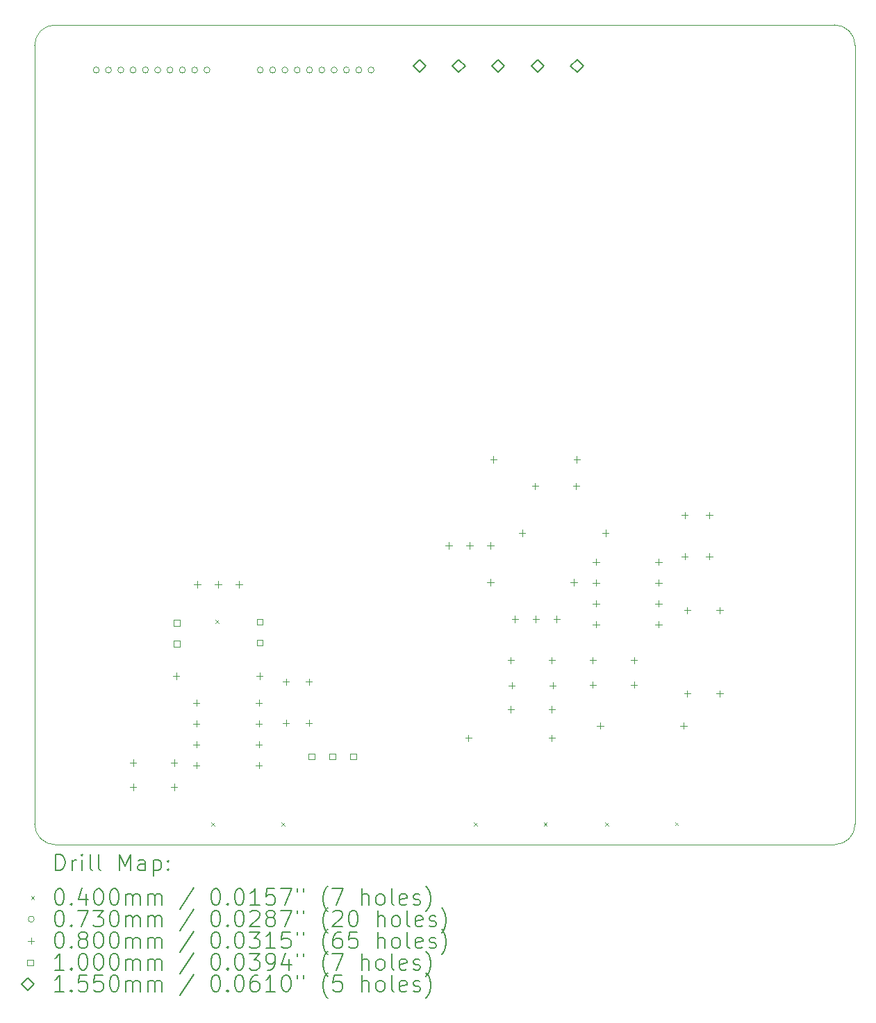
<source format=gbr>
%TF.GenerationSoftware,KiCad,Pcbnew,8.0.7*%
%TF.CreationDate,2025-01-07T02:17:38-08:00*%
%TF.ProjectId,standalone_pi_loop,7374616e-6461-46c6-9f6e-655f70695f6c,rev?*%
%TF.SameCoordinates,Original*%
%TF.FileFunction,Drillmap*%
%TF.FilePolarity,Positive*%
%FSLAX45Y45*%
G04 Gerber Fmt 4.5, Leading zero omitted, Abs format (unit mm)*
G04 Created by KiCad (PCBNEW 8.0.7) date 2025-01-07 02:17:38*
%MOMM*%
%LPD*%
G01*
G04 APERTURE LIST*
%ADD10C,0.100000*%
%ADD11C,0.200000*%
%ADD12C,0.155000*%
G04 APERTURE END LIST*
D10*
X10250000Y-15000000D02*
X19750000Y-15000000D01*
X10000000Y-5250000D02*
G75*
G02*
X10250000Y-5000000I250000J0D01*
G01*
X19750000Y-5000000D02*
G75*
G02*
X20000000Y-5250000I0J-250000D01*
G01*
X10250000Y-15000000D02*
G75*
G02*
X10000000Y-14750000I0J250000D01*
G01*
X19750000Y-5000000D02*
X10250000Y-5000000D01*
X20000000Y-5250000D02*
X20000000Y-14750000D01*
X10000000Y-5250000D02*
X10000000Y-14750000D01*
X20000000Y-14750000D02*
G75*
G02*
X19750000Y-15000000I-250000J0D01*
G01*
D11*
D10*
X12155000Y-14730000D02*
X12195000Y-14770000D01*
X12195000Y-14730000D02*
X12155000Y-14770000D01*
X12205000Y-12255000D02*
X12245000Y-12295000D01*
X12245000Y-12255000D02*
X12205000Y-12295000D01*
X13005000Y-14730000D02*
X13045000Y-14770000D01*
X13045000Y-14730000D02*
X13005000Y-14770000D01*
X15355000Y-14730000D02*
X15395000Y-14770000D01*
X15395000Y-14730000D02*
X15355000Y-14770000D01*
X16205000Y-14730000D02*
X16245000Y-14770000D01*
X16245000Y-14730000D02*
X16205000Y-14770000D01*
X16955000Y-14730000D02*
X16995000Y-14770000D01*
X16995000Y-14730000D02*
X16955000Y-14770000D01*
X17805000Y-14725000D02*
X17845000Y-14765000D01*
X17845000Y-14725000D02*
X17805000Y-14765000D01*
X10786500Y-5550000D02*
G75*
G02*
X10713500Y-5550000I-36500J0D01*
G01*
X10713500Y-5550000D02*
G75*
G02*
X10786500Y-5550000I36500J0D01*
G01*
X10936500Y-5550000D02*
G75*
G02*
X10863500Y-5550000I-36500J0D01*
G01*
X10863500Y-5550000D02*
G75*
G02*
X10936500Y-5550000I36500J0D01*
G01*
X11086500Y-5550000D02*
G75*
G02*
X11013500Y-5550000I-36500J0D01*
G01*
X11013500Y-5550000D02*
G75*
G02*
X11086500Y-5550000I36500J0D01*
G01*
X11236500Y-5550000D02*
G75*
G02*
X11163500Y-5550000I-36500J0D01*
G01*
X11163500Y-5550000D02*
G75*
G02*
X11236500Y-5550000I36500J0D01*
G01*
X11386500Y-5550000D02*
G75*
G02*
X11313500Y-5550000I-36500J0D01*
G01*
X11313500Y-5550000D02*
G75*
G02*
X11386500Y-5550000I36500J0D01*
G01*
X11536500Y-5550000D02*
G75*
G02*
X11463500Y-5550000I-36500J0D01*
G01*
X11463500Y-5550000D02*
G75*
G02*
X11536500Y-5550000I36500J0D01*
G01*
X11686500Y-5550000D02*
G75*
G02*
X11613500Y-5550000I-36500J0D01*
G01*
X11613500Y-5550000D02*
G75*
G02*
X11686500Y-5550000I36500J0D01*
G01*
X11836500Y-5550000D02*
G75*
G02*
X11763500Y-5550000I-36500J0D01*
G01*
X11763500Y-5550000D02*
G75*
G02*
X11836500Y-5550000I36500J0D01*
G01*
X11986500Y-5550000D02*
G75*
G02*
X11913500Y-5550000I-36500J0D01*
G01*
X11913500Y-5550000D02*
G75*
G02*
X11986500Y-5550000I36500J0D01*
G01*
X12136500Y-5550000D02*
G75*
G02*
X12063500Y-5550000I-36500J0D01*
G01*
X12063500Y-5550000D02*
G75*
G02*
X12136500Y-5550000I36500J0D01*
G01*
X12786500Y-5550000D02*
G75*
G02*
X12713500Y-5550000I-36500J0D01*
G01*
X12713500Y-5550000D02*
G75*
G02*
X12786500Y-5550000I36500J0D01*
G01*
X12936500Y-5550000D02*
G75*
G02*
X12863500Y-5550000I-36500J0D01*
G01*
X12863500Y-5550000D02*
G75*
G02*
X12936500Y-5550000I36500J0D01*
G01*
X13086500Y-5550000D02*
G75*
G02*
X13013500Y-5550000I-36500J0D01*
G01*
X13013500Y-5550000D02*
G75*
G02*
X13086500Y-5550000I36500J0D01*
G01*
X13236500Y-5550000D02*
G75*
G02*
X13163500Y-5550000I-36500J0D01*
G01*
X13163500Y-5550000D02*
G75*
G02*
X13236500Y-5550000I36500J0D01*
G01*
X13386500Y-5550000D02*
G75*
G02*
X13313500Y-5550000I-36500J0D01*
G01*
X13313500Y-5550000D02*
G75*
G02*
X13386500Y-5550000I36500J0D01*
G01*
X13536500Y-5550000D02*
G75*
G02*
X13463500Y-5550000I-36500J0D01*
G01*
X13463500Y-5550000D02*
G75*
G02*
X13536500Y-5550000I36500J0D01*
G01*
X13686500Y-5550000D02*
G75*
G02*
X13613500Y-5550000I-36500J0D01*
G01*
X13613500Y-5550000D02*
G75*
G02*
X13686500Y-5550000I36500J0D01*
G01*
X13836500Y-5550000D02*
G75*
G02*
X13763500Y-5550000I-36500J0D01*
G01*
X13763500Y-5550000D02*
G75*
G02*
X13836500Y-5550000I36500J0D01*
G01*
X13986500Y-5550000D02*
G75*
G02*
X13913500Y-5550000I-36500J0D01*
G01*
X13913500Y-5550000D02*
G75*
G02*
X13986500Y-5550000I36500J0D01*
G01*
X14136500Y-5550000D02*
G75*
G02*
X14063500Y-5550000I-36500J0D01*
G01*
X14063500Y-5550000D02*
G75*
G02*
X14136500Y-5550000I36500J0D01*
G01*
X11200000Y-13960000D02*
X11200000Y-14040000D01*
X11160000Y-14000000D02*
X11240000Y-14000000D01*
X11200000Y-14258000D02*
X11200000Y-14338000D01*
X11160000Y-14298000D02*
X11240000Y-14298000D01*
X11700000Y-13960000D02*
X11700000Y-14040000D01*
X11660000Y-14000000D02*
X11740000Y-14000000D01*
X11700000Y-14258000D02*
X11700000Y-14338000D01*
X11660000Y-14298000D02*
X11740000Y-14298000D01*
X11726000Y-12904000D02*
X11726000Y-12984000D01*
X11686000Y-12944000D02*
X11766000Y-12944000D01*
X11970000Y-13230000D02*
X11970000Y-13310000D01*
X11930000Y-13270000D02*
X12010000Y-13270000D01*
X11970000Y-13484000D02*
X11970000Y-13564000D01*
X11930000Y-13524000D02*
X12010000Y-13524000D01*
X11970000Y-13738000D02*
X11970000Y-13818000D01*
X11930000Y-13778000D02*
X12010000Y-13778000D01*
X11970000Y-13992000D02*
X11970000Y-14072000D01*
X11930000Y-14032000D02*
X12010000Y-14032000D01*
X11982000Y-11784000D02*
X11982000Y-11864000D01*
X11942000Y-11824000D02*
X12022000Y-11824000D01*
X12236000Y-11784000D02*
X12236000Y-11864000D01*
X12196000Y-11824000D02*
X12276000Y-11824000D01*
X12490000Y-11784000D02*
X12490000Y-11864000D01*
X12450000Y-11824000D02*
X12530000Y-11824000D01*
X12732000Y-13230000D02*
X12732000Y-13310000D01*
X12692000Y-13270000D02*
X12772000Y-13270000D01*
X12732000Y-13484000D02*
X12732000Y-13564000D01*
X12692000Y-13524000D02*
X12772000Y-13524000D01*
X12732000Y-13738000D02*
X12732000Y-13818000D01*
X12692000Y-13778000D02*
X12772000Y-13778000D01*
X12732000Y-13992000D02*
X12732000Y-14072000D01*
X12692000Y-14032000D02*
X12772000Y-14032000D01*
X12742000Y-12904000D02*
X12742000Y-12984000D01*
X12702000Y-12944000D02*
X12782000Y-12944000D01*
X13062000Y-12974000D02*
X13062000Y-13054000D01*
X13022000Y-13014000D02*
X13102000Y-13014000D01*
X13062000Y-13474000D02*
X13062000Y-13554000D01*
X13022000Y-13514000D02*
X13102000Y-13514000D01*
X13342000Y-12974000D02*
X13342000Y-13054000D01*
X13302000Y-13014000D02*
X13382000Y-13014000D01*
X13342000Y-13474000D02*
X13342000Y-13554000D01*
X13302000Y-13514000D02*
X13382000Y-13514000D01*
X15046000Y-11310000D02*
X15046000Y-11390000D01*
X15006000Y-11350000D02*
X15086000Y-11350000D01*
X15288000Y-13660000D02*
X15288000Y-13740000D01*
X15248000Y-13700000D02*
X15328000Y-13700000D01*
X15300000Y-11310000D02*
X15300000Y-11390000D01*
X15260000Y-11350000D02*
X15340000Y-11350000D01*
X15554000Y-11310000D02*
X15554000Y-11390000D01*
X15514000Y-11350000D02*
X15594000Y-11350000D01*
X15554000Y-11760000D02*
X15554000Y-11840000D01*
X15514000Y-11800000D02*
X15594000Y-11800000D01*
X15592000Y-10260000D02*
X15592000Y-10340000D01*
X15552000Y-10300000D02*
X15632000Y-10300000D01*
X15804000Y-12710000D02*
X15804000Y-12790000D01*
X15764000Y-12750000D02*
X15844000Y-12750000D01*
X15804000Y-13310000D02*
X15804000Y-13390000D01*
X15764000Y-13350000D02*
X15844000Y-13350000D01*
X15814000Y-13018000D02*
X15814000Y-13098000D01*
X15774000Y-13058000D02*
X15854000Y-13058000D01*
X15854000Y-12210000D02*
X15854000Y-12290000D01*
X15814000Y-12250000D02*
X15894000Y-12250000D01*
X15942000Y-11160000D02*
X15942000Y-11240000D01*
X15902000Y-11200000D02*
X15982000Y-11200000D01*
X16100000Y-10585000D02*
X16100000Y-10665000D01*
X16060000Y-10625000D02*
X16140000Y-10625000D01*
X16108000Y-12210000D02*
X16108000Y-12290000D01*
X16068000Y-12250000D02*
X16148000Y-12250000D01*
X16304000Y-12710000D02*
X16304000Y-12790000D01*
X16264000Y-12750000D02*
X16344000Y-12750000D01*
X16304000Y-13310000D02*
X16304000Y-13390000D01*
X16264000Y-13350000D02*
X16344000Y-13350000D01*
X16304000Y-13660000D02*
X16304000Y-13740000D01*
X16264000Y-13700000D02*
X16344000Y-13700000D01*
X16314000Y-13018000D02*
X16314000Y-13098000D01*
X16274000Y-13058000D02*
X16354000Y-13058000D01*
X16362000Y-12210000D02*
X16362000Y-12290000D01*
X16322000Y-12250000D02*
X16402000Y-12250000D01*
X16570000Y-11760000D02*
X16570000Y-11840000D01*
X16530000Y-11800000D02*
X16610000Y-11800000D01*
X16600000Y-10585000D02*
X16600000Y-10665000D01*
X16560000Y-10625000D02*
X16640000Y-10625000D01*
X16608000Y-10260000D02*
X16608000Y-10340000D01*
X16568000Y-10300000D02*
X16648000Y-10300000D01*
X16804000Y-12710000D02*
X16804000Y-12790000D01*
X16764000Y-12750000D02*
X16844000Y-12750000D01*
X16804000Y-13010000D02*
X16804000Y-13090000D01*
X16764000Y-13050000D02*
X16844000Y-13050000D01*
X16842000Y-11510000D02*
X16842000Y-11590000D01*
X16802000Y-11550000D02*
X16882000Y-11550000D01*
X16842000Y-11764000D02*
X16842000Y-11844000D01*
X16802000Y-11804000D02*
X16882000Y-11804000D01*
X16842000Y-12018000D02*
X16842000Y-12098000D01*
X16802000Y-12058000D02*
X16882000Y-12058000D01*
X16842000Y-12272000D02*
X16842000Y-12352000D01*
X16802000Y-12312000D02*
X16882000Y-12312000D01*
X16892000Y-13510000D02*
X16892000Y-13590000D01*
X16852000Y-13550000D02*
X16932000Y-13550000D01*
X16958000Y-11160000D02*
X16958000Y-11240000D01*
X16918000Y-11200000D02*
X16998000Y-11200000D01*
X17304000Y-12710000D02*
X17304000Y-12790000D01*
X17264000Y-12750000D02*
X17344000Y-12750000D01*
X17304000Y-13010000D02*
X17304000Y-13090000D01*
X17264000Y-13050000D02*
X17344000Y-13050000D01*
X17604000Y-11510000D02*
X17604000Y-11590000D01*
X17564000Y-11550000D02*
X17644000Y-11550000D01*
X17604000Y-11764000D02*
X17604000Y-11844000D01*
X17564000Y-11804000D02*
X17644000Y-11804000D01*
X17604000Y-12018000D02*
X17604000Y-12098000D01*
X17564000Y-12058000D02*
X17644000Y-12058000D01*
X17604000Y-12272000D02*
X17604000Y-12352000D01*
X17564000Y-12312000D02*
X17644000Y-12312000D01*
X17908000Y-13510000D02*
X17908000Y-13590000D01*
X17868000Y-13550000D02*
X17948000Y-13550000D01*
X17924000Y-10942000D02*
X17924000Y-11022000D01*
X17884000Y-10982000D02*
X17964000Y-10982000D01*
X17924000Y-11442000D02*
X17924000Y-11522000D01*
X17884000Y-11482000D02*
X17964000Y-11482000D01*
X17954000Y-12102000D02*
X17954000Y-12182000D01*
X17914000Y-12142000D02*
X17994000Y-12142000D01*
X17954000Y-13118000D02*
X17954000Y-13198000D01*
X17914000Y-13158000D02*
X17994000Y-13158000D01*
X18224000Y-10942000D02*
X18224000Y-11022000D01*
X18184000Y-10982000D02*
X18264000Y-10982000D01*
X18224000Y-11442000D02*
X18224000Y-11522000D01*
X18184000Y-11482000D02*
X18264000Y-11482000D01*
X18350000Y-12102000D02*
X18350000Y-12182000D01*
X18310000Y-12142000D02*
X18390000Y-12142000D01*
X18350000Y-13118000D02*
X18350000Y-13198000D01*
X18310000Y-13158000D02*
X18390000Y-13158000D01*
X11767356Y-12329356D02*
X11767356Y-12258644D01*
X11696644Y-12258644D01*
X11696644Y-12329356D01*
X11767356Y-12329356D01*
X11767356Y-12583356D02*
X11767356Y-12512644D01*
X11696644Y-12512644D01*
X11696644Y-12583356D01*
X11767356Y-12583356D01*
X12777356Y-12319356D02*
X12777356Y-12248644D01*
X12706644Y-12248644D01*
X12706644Y-12319356D01*
X12777356Y-12319356D01*
X12777356Y-12573356D02*
X12777356Y-12502644D01*
X12706644Y-12502644D01*
X12706644Y-12573356D01*
X12777356Y-12573356D01*
X13409356Y-13959356D02*
X13409356Y-13888644D01*
X13338644Y-13888644D01*
X13338644Y-13959356D01*
X13409356Y-13959356D01*
X13663356Y-13959356D02*
X13663356Y-13888644D01*
X13592644Y-13888644D01*
X13592644Y-13959356D01*
X13663356Y-13959356D01*
X13917356Y-13959356D02*
X13917356Y-13888644D01*
X13846644Y-13888644D01*
X13846644Y-13959356D01*
X13917356Y-13959356D01*
D12*
X14690000Y-5577500D02*
X14767500Y-5500000D01*
X14690000Y-5422500D01*
X14612500Y-5500000D01*
X14690000Y-5577500D01*
X15170000Y-5577500D02*
X15247500Y-5500000D01*
X15170000Y-5422500D01*
X15092500Y-5500000D01*
X15170000Y-5577500D01*
X15650000Y-5577500D02*
X15727500Y-5500000D01*
X15650000Y-5422500D01*
X15572500Y-5500000D01*
X15650000Y-5577500D01*
X16130000Y-5577500D02*
X16207500Y-5500000D01*
X16130000Y-5422500D01*
X16052500Y-5500000D01*
X16130000Y-5577500D01*
X16610000Y-5577500D02*
X16687500Y-5500000D01*
X16610000Y-5422500D01*
X16532500Y-5500000D01*
X16610000Y-5577500D01*
D11*
X10255777Y-15316484D02*
X10255777Y-15116484D01*
X10255777Y-15116484D02*
X10303396Y-15116484D01*
X10303396Y-15116484D02*
X10331967Y-15126008D01*
X10331967Y-15126008D02*
X10351015Y-15145055D01*
X10351015Y-15145055D02*
X10360539Y-15164103D01*
X10360539Y-15164103D02*
X10370063Y-15202198D01*
X10370063Y-15202198D02*
X10370063Y-15230769D01*
X10370063Y-15230769D02*
X10360539Y-15268865D01*
X10360539Y-15268865D02*
X10351015Y-15287912D01*
X10351015Y-15287912D02*
X10331967Y-15306960D01*
X10331967Y-15306960D02*
X10303396Y-15316484D01*
X10303396Y-15316484D02*
X10255777Y-15316484D01*
X10455777Y-15316484D02*
X10455777Y-15183150D01*
X10455777Y-15221246D02*
X10465301Y-15202198D01*
X10465301Y-15202198D02*
X10474824Y-15192674D01*
X10474824Y-15192674D02*
X10493872Y-15183150D01*
X10493872Y-15183150D02*
X10512920Y-15183150D01*
X10579586Y-15316484D02*
X10579586Y-15183150D01*
X10579586Y-15116484D02*
X10570063Y-15126008D01*
X10570063Y-15126008D02*
X10579586Y-15135531D01*
X10579586Y-15135531D02*
X10589110Y-15126008D01*
X10589110Y-15126008D02*
X10579586Y-15116484D01*
X10579586Y-15116484D02*
X10579586Y-15135531D01*
X10703396Y-15316484D02*
X10684348Y-15306960D01*
X10684348Y-15306960D02*
X10674824Y-15287912D01*
X10674824Y-15287912D02*
X10674824Y-15116484D01*
X10808158Y-15316484D02*
X10789110Y-15306960D01*
X10789110Y-15306960D02*
X10779586Y-15287912D01*
X10779586Y-15287912D02*
X10779586Y-15116484D01*
X11036729Y-15316484D02*
X11036729Y-15116484D01*
X11036729Y-15116484D02*
X11103396Y-15259341D01*
X11103396Y-15259341D02*
X11170063Y-15116484D01*
X11170063Y-15116484D02*
X11170063Y-15316484D01*
X11351015Y-15316484D02*
X11351015Y-15211722D01*
X11351015Y-15211722D02*
X11341491Y-15192674D01*
X11341491Y-15192674D02*
X11322443Y-15183150D01*
X11322443Y-15183150D02*
X11284348Y-15183150D01*
X11284348Y-15183150D02*
X11265301Y-15192674D01*
X11351015Y-15306960D02*
X11331967Y-15316484D01*
X11331967Y-15316484D02*
X11284348Y-15316484D01*
X11284348Y-15316484D02*
X11265301Y-15306960D01*
X11265301Y-15306960D02*
X11255777Y-15287912D01*
X11255777Y-15287912D02*
X11255777Y-15268865D01*
X11255777Y-15268865D02*
X11265301Y-15249817D01*
X11265301Y-15249817D02*
X11284348Y-15240293D01*
X11284348Y-15240293D02*
X11331967Y-15240293D01*
X11331967Y-15240293D02*
X11351015Y-15230769D01*
X11446253Y-15183150D02*
X11446253Y-15383150D01*
X11446253Y-15192674D02*
X11465301Y-15183150D01*
X11465301Y-15183150D02*
X11503396Y-15183150D01*
X11503396Y-15183150D02*
X11522443Y-15192674D01*
X11522443Y-15192674D02*
X11531967Y-15202198D01*
X11531967Y-15202198D02*
X11541491Y-15221246D01*
X11541491Y-15221246D02*
X11541491Y-15278388D01*
X11541491Y-15278388D02*
X11531967Y-15297436D01*
X11531967Y-15297436D02*
X11522443Y-15306960D01*
X11522443Y-15306960D02*
X11503396Y-15316484D01*
X11503396Y-15316484D02*
X11465301Y-15316484D01*
X11465301Y-15316484D02*
X11446253Y-15306960D01*
X11627205Y-15297436D02*
X11636729Y-15306960D01*
X11636729Y-15306960D02*
X11627205Y-15316484D01*
X11627205Y-15316484D02*
X11617682Y-15306960D01*
X11617682Y-15306960D02*
X11627205Y-15297436D01*
X11627205Y-15297436D02*
X11627205Y-15316484D01*
X11627205Y-15192674D02*
X11636729Y-15202198D01*
X11636729Y-15202198D02*
X11627205Y-15211722D01*
X11627205Y-15211722D02*
X11617682Y-15202198D01*
X11617682Y-15202198D02*
X11627205Y-15192674D01*
X11627205Y-15192674D02*
X11627205Y-15211722D01*
D10*
X9955000Y-15625000D02*
X9995000Y-15665000D01*
X9995000Y-15625000D02*
X9955000Y-15665000D01*
D11*
X10293872Y-15536484D02*
X10312920Y-15536484D01*
X10312920Y-15536484D02*
X10331967Y-15546008D01*
X10331967Y-15546008D02*
X10341491Y-15555531D01*
X10341491Y-15555531D02*
X10351015Y-15574579D01*
X10351015Y-15574579D02*
X10360539Y-15612674D01*
X10360539Y-15612674D02*
X10360539Y-15660293D01*
X10360539Y-15660293D02*
X10351015Y-15698388D01*
X10351015Y-15698388D02*
X10341491Y-15717436D01*
X10341491Y-15717436D02*
X10331967Y-15726960D01*
X10331967Y-15726960D02*
X10312920Y-15736484D01*
X10312920Y-15736484D02*
X10293872Y-15736484D01*
X10293872Y-15736484D02*
X10274824Y-15726960D01*
X10274824Y-15726960D02*
X10265301Y-15717436D01*
X10265301Y-15717436D02*
X10255777Y-15698388D01*
X10255777Y-15698388D02*
X10246253Y-15660293D01*
X10246253Y-15660293D02*
X10246253Y-15612674D01*
X10246253Y-15612674D02*
X10255777Y-15574579D01*
X10255777Y-15574579D02*
X10265301Y-15555531D01*
X10265301Y-15555531D02*
X10274824Y-15546008D01*
X10274824Y-15546008D02*
X10293872Y-15536484D01*
X10446253Y-15717436D02*
X10455777Y-15726960D01*
X10455777Y-15726960D02*
X10446253Y-15736484D01*
X10446253Y-15736484D02*
X10436729Y-15726960D01*
X10436729Y-15726960D02*
X10446253Y-15717436D01*
X10446253Y-15717436D02*
X10446253Y-15736484D01*
X10627205Y-15603150D02*
X10627205Y-15736484D01*
X10579586Y-15526960D02*
X10531967Y-15669817D01*
X10531967Y-15669817D02*
X10655777Y-15669817D01*
X10770063Y-15536484D02*
X10789110Y-15536484D01*
X10789110Y-15536484D02*
X10808158Y-15546008D01*
X10808158Y-15546008D02*
X10817682Y-15555531D01*
X10817682Y-15555531D02*
X10827205Y-15574579D01*
X10827205Y-15574579D02*
X10836729Y-15612674D01*
X10836729Y-15612674D02*
X10836729Y-15660293D01*
X10836729Y-15660293D02*
X10827205Y-15698388D01*
X10827205Y-15698388D02*
X10817682Y-15717436D01*
X10817682Y-15717436D02*
X10808158Y-15726960D01*
X10808158Y-15726960D02*
X10789110Y-15736484D01*
X10789110Y-15736484D02*
X10770063Y-15736484D01*
X10770063Y-15736484D02*
X10751015Y-15726960D01*
X10751015Y-15726960D02*
X10741491Y-15717436D01*
X10741491Y-15717436D02*
X10731967Y-15698388D01*
X10731967Y-15698388D02*
X10722444Y-15660293D01*
X10722444Y-15660293D02*
X10722444Y-15612674D01*
X10722444Y-15612674D02*
X10731967Y-15574579D01*
X10731967Y-15574579D02*
X10741491Y-15555531D01*
X10741491Y-15555531D02*
X10751015Y-15546008D01*
X10751015Y-15546008D02*
X10770063Y-15536484D01*
X10960539Y-15536484D02*
X10979586Y-15536484D01*
X10979586Y-15536484D02*
X10998634Y-15546008D01*
X10998634Y-15546008D02*
X11008158Y-15555531D01*
X11008158Y-15555531D02*
X11017682Y-15574579D01*
X11017682Y-15574579D02*
X11027205Y-15612674D01*
X11027205Y-15612674D02*
X11027205Y-15660293D01*
X11027205Y-15660293D02*
X11017682Y-15698388D01*
X11017682Y-15698388D02*
X11008158Y-15717436D01*
X11008158Y-15717436D02*
X10998634Y-15726960D01*
X10998634Y-15726960D02*
X10979586Y-15736484D01*
X10979586Y-15736484D02*
X10960539Y-15736484D01*
X10960539Y-15736484D02*
X10941491Y-15726960D01*
X10941491Y-15726960D02*
X10931967Y-15717436D01*
X10931967Y-15717436D02*
X10922444Y-15698388D01*
X10922444Y-15698388D02*
X10912920Y-15660293D01*
X10912920Y-15660293D02*
X10912920Y-15612674D01*
X10912920Y-15612674D02*
X10922444Y-15574579D01*
X10922444Y-15574579D02*
X10931967Y-15555531D01*
X10931967Y-15555531D02*
X10941491Y-15546008D01*
X10941491Y-15546008D02*
X10960539Y-15536484D01*
X11112920Y-15736484D02*
X11112920Y-15603150D01*
X11112920Y-15622198D02*
X11122444Y-15612674D01*
X11122444Y-15612674D02*
X11141491Y-15603150D01*
X11141491Y-15603150D02*
X11170063Y-15603150D01*
X11170063Y-15603150D02*
X11189110Y-15612674D01*
X11189110Y-15612674D02*
X11198634Y-15631722D01*
X11198634Y-15631722D02*
X11198634Y-15736484D01*
X11198634Y-15631722D02*
X11208158Y-15612674D01*
X11208158Y-15612674D02*
X11227205Y-15603150D01*
X11227205Y-15603150D02*
X11255777Y-15603150D01*
X11255777Y-15603150D02*
X11274824Y-15612674D01*
X11274824Y-15612674D02*
X11284348Y-15631722D01*
X11284348Y-15631722D02*
X11284348Y-15736484D01*
X11379586Y-15736484D02*
X11379586Y-15603150D01*
X11379586Y-15622198D02*
X11389110Y-15612674D01*
X11389110Y-15612674D02*
X11408158Y-15603150D01*
X11408158Y-15603150D02*
X11436729Y-15603150D01*
X11436729Y-15603150D02*
X11455777Y-15612674D01*
X11455777Y-15612674D02*
X11465301Y-15631722D01*
X11465301Y-15631722D02*
X11465301Y-15736484D01*
X11465301Y-15631722D02*
X11474824Y-15612674D01*
X11474824Y-15612674D02*
X11493872Y-15603150D01*
X11493872Y-15603150D02*
X11522443Y-15603150D01*
X11522443Y-15603150D02*
X11541491Y-15612674D01*
X11541491Y-15612674D02*
X11551015Y-15631722D01*
X11551015Y-15631722D02*
X11551015Y-15736484D01*
X11941491Y-15526960D02*
X11770063Y-15784103D01*
X12198634Y-15536484D02*
X12217682Y-15536484D01*
X12217682Y-15536484D02*
X12236729Y-15546008D01*
X12236729Y-15546008D02*
X12246253Y-15555531D01*
X12246253Y-15555531D02*
X12255777Y-15574579D01*
X12255777Y-15574579D02*
X12265301Y-15612674D01*
X12265301Y-15612674D02*
X12265301Y-15660293D01*
X12265301Y-15660293D02*
X12255777Y-15698388D01*
X12255777Y-15698388D02*
X12246253Y-15717436D01*
X12246253Y-15717436D02*
X12236729Y-15726960D01*
X12236729Y-15726960D02*
X12217682Y-15736484D01*
X12217682Y-15736484D02*
X12198634Y-15736484D01*
X12198634Y-15736484D02*
X12179586Y-15726960D01*
X12179586Y-15726960D02*
X12170063Y-15717436D01*
X12170063Y-15717436D02*
X12160539Y-15698388D01*
X12160539Y-15698388D02*
X12151015Y-15660293D01*
X12151015Y-15660293D02*
X12151015Y-15612674D01*
X12151015Y-15612674D02*
X12160539Y-15574579D01*
X12160539Y-15574579D02*
X12170063Y-15555531D01*
X12170063Y-15555531D02*
X12179586Y-15546008D01*
X12179586Y-15546008D02*
X12198634Y-15536484D01*
X12351015Y-15717436D02*
X12360539Y-15726960D01*
X12360539Y-15726960D02*
X12351015Y-15736484D01*
X12351015Y-15736484D02*
X12341491Y-15726960D01*
X12341491Y-15726960D02*
X12351015Y-15717436D01*
X12351015Y-15717436D02*
X12351015Y-15736484D01*
X12484348Y-15536484D02*
X12503396Y-15536484D01*
X12503396Y-15536484D02*
X12522444Y-15546008D01*
X12522444Y-15546008D02*
X12531967Y-15555531D01*
X12531967Y-15555531D02*
X12541491Y-15574579D01*
X12541491Y-15574579D02*
X12551015Y-15612674D01*
X12551015Y-15612674D02*
X12551015Y-15660293D01*
X12551015Y-15660293D02*
X12541491Y-15698388D01*
X12541491Y-15698388D02*
X12531967Y-15717436D01*
X12531967Y-15717436D02*
X12522444Y-15726960D01*
X12522444Y-15726960D02*
X12503396Y-15736484D01*
X12503396Y-15736484D02*
X12484348Y-15736484D01*
X12484348Y-15736484D02*
X12465301Y-15726960D01*
X12465301Y-15726960D02*
X12455777Y-15717436D01*
X12455777Y-15717436D02*
X12446253Y-15698388D01*
X12446253Y-15698388D02*
X12436729Y-15660293D01*
X12436729Y-15660293D02*
X12436729Y-15612674D01*
X12436729Y-15612674D02*
X12446253Y-15574579D01*
X12446253Y-15574579D02*
X12455777Y-15555531D01*
X12455777Y-15555531D02*
X12465301Y-15546008D01*
X12465301Y-15546008D02*
X12484348Y-15536484D01*
X12741491Y-15736484D02*
X12627206Y-15736484D01*
X12684348Y-15736484D02*
X12684348Y-15536484D01*
X12684348Y-15536484D02*
X12665301Y-15565055D01*
X12665301Y-15565055D02*
X12646253Y-15584103D01*
X12646253Y-15584103D02*
X12627206Y-15593627D01*
X12922444Y-15536484D02*
X12827206Y-15536484D01*
X12827206Y-15536484D02*
X12817682Y-15631722D01*
X12817682Y-15631722D02*
X12827206Y-15622198D01*
X12827206Y-15622198D02*
X12846253Y-15612674D01*
X12846253Y-15612674D02*
X12893872Y-15612674D01*
X12893872Y-15612674D02*
X12912920Y-15622198D01*
X12912920Y-15622198D02*
X12922444Y-15631722D01*
X12922444Y-15631722D02*
X12931967Y-15650769D01*
X12931967Y-15650769D02*
X12931967Y-15698388D01*
X12931967Y-15698388D02*
X12922444Y-15717436D01*
X12922444Y-15717436D02*
X12912920Y-15726960D01*
X12912920Y-15726960D02*
X12893872Y-15736484D01*
X12893872Y-15736484D02*
X12846253Y-15736484D01*
X12846253Y-15736484D02*
X12827206Y-15726960D01*
X12827206Y-15726960D02*
X12817682Y-15717436D01*
X12998634Y-15536484D02*
X13131967Y-15536484D01*
X13131967Y-15536484D02*
X13046253Y-15736484D01*
X13198634Y-15536484D02*
X13198634Y-15574579D01*
X13274825Y-15536484D02*
X13274825Y-15574579D01*
X13570063Y-15812674D02*
X13560539Y-15803150D01*
X13560539Y-15803150D02*
X13541491Y-15774579D01*
X13541491Y-15774579D02*
X13531968Y-15755531D01*
X13531968Y-15755531D02*
X13522444Y-15726960D01*
X13522444Y-15726960D02*
X13512920Y-15679341D01*
X13512920Y-15679341D02*
X13512920Y-15641246D01*
X13512920Y-15641246D02*
X13522444Y-15593627D01*
X13522444Y-15593627D02*
X13531968Y-15565055D01*
X13531968Y-15565055D02*
X13541491Y-15546008D01*
X13541491Y-15546008D02*
X13560539Y-15517436D01*
X13560539Y-15517436D02*
X13570063Y-15507912D01*
X13627206Y-15536484D02*
X13760539Y-15536484D01*
X13760539Y-15536484D02*
X13674825Y-15736484D01*
X13989110Y-15736484D02*
X13989110Y-15536484D01*
X14074825Y-15736484D02*
X14074825Y-15631722D01*
X14074825Y-15631722D02*
X14065301Y-15612674D01*
X14065301Y-15612674D02*
X14046253Y-15603150D01*
X14046253Y-15603150D02*
X14017682Y-15603150D01*
X14017682Y-15603150D02*
X13998634Y-15612674D01*
X13998634Y-15612674D02*
X13989110Y-15622198D01*
X14198634Y-15736484D02*
X14179587Y-15726960D01*
X14179587Y-15726960D02*
X14170063Y-15717436D01*
X14170063Y-15717436D02*
X14160539Y-15698388D01*
X14160539Y-15698388D02*
X14160539Y-15641246D01*
X14160539Y-15641246D02*
X14170063Y-15622198D01*
X14170063Y-15622198D02*
X14179587Y-15612674D01*
X14179587Y-15612674D02*
X14198634Y-15603150D01*
X14198634Y-15603150D02*
X14227206Y-15603150D01*
X14227206Y-15603150D02*
X14246253Y-15612674D01*
X14246253Y-15612674D02*
X14255777Y-15622198D01*
X14255777Y-15622198D02*
X14265301Y-15641246D01*
X14265301Y-15641246D02*
X14265301Y-15698388D01*
X14265301Y-15698388D02*
X14255777Y-15717436D01*
X14255777Y-15717436D02*
X14246253Y-15726960D01*
X14246253Y-15726960D02*
X14227206Y-15736484D01*
X14227206Y-15736484D02*
X14198634Y-15736484D01*
X14379587Y-15736484D02*
X14360539Y-15726960D01*
X14360539Y-15726960D02*
X14351015Y-15707912D01*
X14351015Y-15707912D02*
X14351015Y-15536484D01*
X14531968Y-15726960D02*
X14512920Y-15736484D01*
X14512920Y-15736484D02*
X14474825Y-15736484D01*
X14474825Y-15736484D02*
X14455777Y-15726960D01*
X14455777Y-15726960D02*
X14446253Y-15707912D01*
X14446253Y-15707912D02*
X14446253Y-15631722D01*
X14446253Y-15631722D02*
X14455777Y-15612674D01*
X14455777Y-15612674D02*
X14474825Y-15603150D01*
X14474825Y-15603150D02*
X14512920Y-15603150D01*
X14512920Y-15603150D02*
X14531968Y-15612674D01*
X14531968Y-15612674D02*
X14541491Y-15631722D01*
X14541491Y-15631722D02*
X14541491Y-15650769D01*
X14541491Y-15650769D02*
X14446253Y-15669817D01*
X14617682Y-15726960D02*
X14636730Y-15736484D01*
X14636730Y-15736484D02*
X14674825Y-15736484D01*
X14674825Y-15736484D02*
X14693872Y-15726960D01*
X14693872Y-15726960D02*
X14703396Y-15707912D01*
X14703396Y-15707912D02*
X14703396Y-15698388D01*
X14703396Y-15698388D02*
X14693872Y-15679341D01*
X14693872Y-15679341D02*
X14674825Y-15669817D01*
X14674825Y-15669817D02*
X14646253Y-15669817D01*
X14646253Y-15669817D02*
X14627206Y-15660293D01*
X14627206Y-15660293D02*
X14617682Y-15641246D01*
X14617682Y-15641246D02*
X14617682Y-15631722D01*
X14617682Y-15631722D02*
X14627206Y-15612674D01*
X14627206Y-15612674D02*
X14646253Y-15603150D01*
X14646253Y-15603150D02*
X14674825Y-15603150D01*
X14674825Y-15603150D02*
X14693872Y-15612674D01*
X14770063Y-15812674D02*
X14779587Y-15803150D01*
X14779587Y-15803150D02*
X14798634Y-15774579D01*
X14798634Y-15774579D02*
X14808158Y-15755531D01*
X14808158Y-15755531D02*
X14817682Y-15726960D01*
X14817682Y-15726960D02*
X14827206Y-15679341D01*
X14827206Y-15679341D02*
X14827206Y-15641246D01*
X14827206Y-15641246D02*
X14817682Y-15593627D01*
X14817682Y-15593627D02*
X14808158Y-15565055D01*
X14808158Y-15565055D02*
X14798634Y-15546008D01*
X14798634Y-15546008D02*
X14779587Y-15517436D01*
X14779587Y-15517436D02*
X14770063Y-15507912D01*
D10*
X9995000Y-15909000D02*
G75*
G02*
X9922000Y-15909000I-36500J0D01*
G01*
X9922000Y-15909000D02*
G75*
G02*
X9995000Y-15909000I36500J0D01*
G01*
D11*
X10293872Y-15800484D02*
X10312920Y-15800484D01*
X10312920Y-15800484D02*
X10331967Y-15810008D01*
X10331967Y-15810008D02*
X10341491Y-15819531D01*
X10341491Y-15819531D02*
X10351015Y-15838579D01*
X10351015Y-15838579D02*
X10360539Y-15876674D01*
X10360539Y-15876674D02*
X10360539Y-15924293D01*
X10360539Y-15924293D02*
X10351015Y-15962388D01*
X10351015Y-15962388D02*
X10341491Y-15981436D01*
X10341491Y-15981436D02*
X10331967Y-15990960D01*
X10331967Y-15990960D02*
X10312920Y-16000484D01*
X10312920Y-16000484D02*
X10293872Y-16000484D01*
X10293872Y-16000484D02*
X10274824Y-15990960D01*
X10274824Y-15990960D02*
X10265301Y-15981436D01*
X10265301Y-15981436D02*
X10255777Y-15962388D01*
X10255777Y-15962388D02*
X10246253Y-15924293D01*
X10246253Y-15924293D02*
X10246253Y-15876674D01*
X10246253Y-15876674D02*
X10255777Y-15838579D01*
X10255777Y-15838579D02*
X10265301Y-15819531D01*
X10265301Y-15819531D02*
X10274824Y-15810008D01*
X10274824Y-15810008D02*
X10293872Y-15800484D01*
X10446253Y-15981436D02*
X10455777Y-15990960D01*
X10455777Y-15990960D02*
X10446253Y-16000484D01*
X10446253Y-16000484D02*
X10436729Y-15990960D01*
X10436729Y-15990960D02*
X10446253Y-15981436D01*
X10446253Y-15981436D02*
X10446253Y-16000484D01*
X10522444Y-15800484D02*
X10655777Y-15800484D01*
X10655777Y-15800484D02*
X10570063Y-16000484D01*
X10712920Y-15800484D02*
X10836729Y-15800484D01*
X10836729Y-15800484D02*
X10770063Y-15876674D01*
X10770063Y-15876674D02*
X10798634Y-15876674D01*
X10798634Y-15876674D02*
X10817682Y-15886198D01*
X10817682Y-15886198D02*
X10827205Y-15895722D01*
X10827205Y-15895722D02*
X10836729Y-15914769D01*
X10836729Y-15914769D02*
X10836729Y-15962388D01*
X10836729Y-15962388D02*
X10827205Y-15981436D01*
X10827205Y-15981436D02*
X10817682Y-15990960D01*
X10817682Y-15990960D02*
X10798634Y-16000484D01*
X10798634Y-16000484D02*
X10741491Y-16000484D01*
X10741491Y-16000484D02*
X10722444Y-15990960D01*
X10722444Y-15990960D02*
X10712920Y-15981436D01*
X10960539Y-15800484D02*
X10979586Y-15800484D01*
X10979586Y-15800484D02*
X10998634Y-15810008D01*
X10998634Y-15810008D02*
X11008158Y-15819531D01*
X11008158Y-15819531D02*
X11017682Y-15838579D01*
X11017682Y-15838579D02*
X11027205Y-15876674D01*
X11027205Y-15876674D02*
X11027205Y-15924293D01*
X11027205Y-15924293D02*
X11017682Y-15962388D01*
X11017682Y-15962388D02*
X11008158Y-15981436D01*
X11008158Y-15981436D02*
X10998634Y-15990960D01*
X10998634Y-15990960D02*
X10979586Y-16000484D01*
X10979586Y-16000484D02*
X10960539Y-16000484D01*
X10960539Y-16000484D02*
X10941491Y-15990960D01*
X10941491Y-15990960D02*
X10931967Y-15981436D01*
X10931967Y-15981436D02*
X10922444Y-15962388D01*
X10922444Y-15962388D02*
X10912920Y-15924293D01*
X10912920Y-15924293D02*
X10912920Y-15876674D01*
X10912920Y-15876674D02*
X10922444Y-15838579D01*
X10922444Y-15838579D02*
X10931967Y-15819531D01*
X10931967Y-15819531D02*
X10941491Y-15810008D01*
X10941491Y-15810008D02*
X10960539Y-15800484D01*
X11112920Y-16000484D02*
X11112920Y-15867150D01*
X11112920Y-15886198D02*
X11122444Y-15876674D01*
X11122444Y-15876674D02*
X11141491Y-15867150D01*
X11141491Y-15867150D02*
X11170063Y-15867150D01*
X11170063Y-15867150D02*
X11189110Y-15876674D01*
X11189110Y-15876674D02*
X11198634Y-15895722D01*
X11198634Y-15895722D02*
X11198634Y-16000484D01*
X11198634Y-15895722D02*
X11208158Y-15876674D01*
X11208158Y-15876674D02*
X11227205Y-15867150D01*
X11227205Y-15867150D02*
X11255777Y-15867150D01*
X11255777Y-15867150D02*
X11274824Y-15876674D01*
X11274824Y-15876674D02*
X11284348Y-15895722D01*
X11284348Y-15895722D02*
X11284348Y-16000484D01*
X11379586Y-16000484D02*
X11379586Y-15867150D01*
X11379586Y-15886198D02*
X11389110Y-15876674D01*
X11389110Y-15876674D02*
X11408158Y-15867150D01*
X11408158Y-15867150D02*
X11436729Y-15867150D01*
X11436729Y-15867150D02*
X11455777Y-15876674D01*
X11455777Y-15876674D02*
X11465301Y-15895722D01*
X11465301Y-15895722D02*
X11465301Y-16000484D01*
X11465301Y-15895722D02*
X11474824Y-15876674D01*
X11474824Y-15876674D02*
X11493872Y-15867150D01*
X11493872Y-15867150D02*
X11522443Y-15867150D01*
X11522443Y-15867150D02*
X11541491Y-15876674D01*
X11541491Y-15876674D02*
X11551015Y-15895722D01*
X11551015Y-15895722D02*
X11551015Y-16000484D01*
X11941491Y-15790960D02*
X11770063Y-16048103D01*
X12198634Y-15800484D02*
X12217682Y-15800484D01*
X12217682Y-15800484D02*
X12236729Y-15810008D01*
X12236729Y-15810008D02*
X12246253Y-15819531D01*
X12246253Y-15819531D02*
X12255777Y-15838579D01*
X12255777Y-15838579D02*
X12265301Y-15876674D01*
X12265301Y-15876674D02*
X12265301Y-15924293D01*
X12265301Y-15924293D02*
X12255777Y-15962388D01*
X12255777Y-15962388D02*
X12246253Y-15981436D01*
X12246253Y-15981436D02*
X12236729Y-15990960D01*
X12236729Y-15990960D02*
X12217682Y-16000484D01*
X12217682Y-16000484D02*
X12198634Y-16000484D01*
X12198634Y-16000484D02*
X12179586Y-15990960D01*
X12179586Y-15990960D02*
X12170063Y-15981436D01*
X12170063Y-15981436D02*
X12160539Y-15962388D01*
X12160539Y-15962388D02*
X12151015Y-15924293D01*
X12151015Y-15924293D02*
X12151015Y-15876674D01*
X12151015Y-15876674D02*
X12160539Y-15838579D01*
X12160539Y-15838579D02*
X12170063Y-15819531D01*
X12170063Y-15819531D02*
X12179586Y-15810008D01*
X12179586Y-15810008D02*
X12198634Y-15800484D01*
X12351015Y-15981436D02*
X12360539Y-15990960D01*
X12360539Y-15990960D02*
X12351015Y-16000484D01*
X12351015Y-16000484D02*
X12341491Y-15990960D01*
X12341491Y-15990960D02*
X12351015Y-15981436D01*
X12351015Y-15981436D02*
X12351015Y-16000484D01*
X12484348Y-15800484D02*
X12503396Y-15800484D01*
X12503396Y-15800484D02*
X12522444Y-15810008D01*
X12522444Y-15810008D02*
X12531967Y-15819531D01*
X12531967Y-15819531D02*
X12541491Y-15838579D01*
X12541491Y-15838579D02*
X12551015Y-15876674D01*
X12551015Y-15876674D02*
X12551015Y-15924293D01*
X12551015Y-15924293D02*
X12541491Y-15962388D01*
X12541491Y-15962388D02*
X12531967Y-15981436D01*
X12531967Y-15981436D02*
X12522444Y-15990960D01*
X12522444Y-15990960D02*
X12503396Y-16000484D01*
X12503396Y-16000484D02*
X12484348Y-16000484D01*
X12484348Y-16000484D02*
X12465301Y-15990960D01*
X12465301Y-15990960D02*
X12455777Y-15981436D01*
X12455777Y-15981436D02*
X12446253Y-15962388D01*
X12446253Y-15962388D02*
X12436729Y-15924293D01*
X12436729Y-15924293D02*
X12436729Y-15876674D01*
X12436729Y-15876674D02*
X12446253Y-15838579D01*
X12446253Y-15838579D02*
X12455777Y-15819531D01*
X12455777Y-15819531D02*
X12465301Y-15810008D01*
X12465301Y-15810008D02*
X12484348Y-15800484D01*
X12627206Y-15819531D02*
X12636729Y-15810008D01*
X12636729Y-15810008D02*
X12655777Y-15800484D01*
X12655777Y-15800484D02*
X12703396Y-15800484D01*
X12703396Y-15800484D02*
X12722444Y-15810008D01*
X12722444Y-15810008D02*
X12731967Y-15819531D01*
X12731967Y-15819531D02*
X12741491Y-15838579D01*
X12741491Y-15838579D02*
X12741491Y-15857627D01*
X12741491Y-15857627D02*
X12731967Y-15886198D01*
X12731967Y-15886198D02*
X12617682Y-16000484D01*
X12617682Y-16000484D02*
X12741491Y-16000484D01*
X12855777Y-15886198D02*
X12836729Y-15876674D01*
X12836729Y-15876674D02*
X12827206Y-15867150D01*
X12827206Y-15867150D02*
X12817682Y-15848103D01*
X12817682Y-15848103D02*
X12817682Y-15838579D01*
X12817682Y-15838579D02*
X12827206Y-15819531D01*
X12827206Y-15819531D02*
X12836729Y-15810008D01*
X12836729Y-15810008D02*
X12855777Y-15800484D01*
X12855777Y-15800484D02*
X12893872Y-15800484D01*
X12893872Y-15800484D02*
X12912920Y-15810008D01*
X12912920Y-15810008D02*
X12922444Y-15819531D01*
X12922444Y-15819531D02*
X12931967Y-15838579D01*
X12931967Y-15838579D02*
X12931967Y-15848103D01*
X12931967Y-15848103D02*
X12922444Y-15867150D01*
X12922444Y-15867150D02*
X12912920Y-15876674D01*
X12912920Y-15876674D02*
X12893872Y-15886198D01*
X12893872Y-15886198D02*
X12855777Y-15886198D01*
X12855777Y-15886198D02*
X12836729Y-15895722D01*
X12836729Y-15895722D02*
X12827206Y-15905246D01*
X12827206Y-15905246D02*
X12817682Y-15924293D01*
X12817682Y-15924293D02*
X12817682Y-15962388D01*
X12817682Y-15962388D02*
X12827206Y-15981436D01*
X12827206Y-15981436D02*
X12836729Y-15990960D01*
X12836729Y-15990960D02*
X12855777Y-16000484D01*
X12855777Y-16000484D02*
X12893872Y-16000484D01*
X12893872Y-16000484D02*
X12912920Y-15990960D01*
X12912920Y-15990960D02*
X12922444Y-15981436D01*
X12922444Y-15981436D02*
X12931967Y-15962388D01*
X12931967Y-15962388D02*
X12931967Y-15924293D01*
X12931967Y-15924293D02*
X12922444Y-15905246D01*
X12922444Y-15905246D02*
X12912920Y-15895722D01*
X12912920Y-15895722D02*
X12893872Y-15886198D01*
X12998634Y-15800484D02*
X13131967Y-15800484D01*
X13131967Y-15800484D02*
X13046253Y-16000484D01*
X13198634Y-15800484D02*
X13198634Y-15838579D01*
X13274825Y-15800484D02*
X13274825Y-15838579D01*
X13570063Y-16076674D02*
X13560539Y-16067150D01*
X13560539Y-16067150D02*
X13541491Y-16038579D01*
X13541491Y-16038579D02*
X13531968Y-16019531D01*
X13531968Y-16019531D02*
X13522444Y-15990960D01*
X13522444Y-15990960D02*
X13512920Y-15943341D01*
X13512920Y-15943341D02*
X13512920Y-15905246D01*
X13512920Y-15905246D02*
X13522444Y-15857627D01*
X13522444Y-15857627D02*
X13531968Y-15829055D01*
X13531968Y-15829055D02*
X13541491Y-15810008D01*
X13541491Y-15810008D02*
X13560539Y-15781436D01*
X13560539Y-15781436D02*
X13570063Y-15771912D01*
X13636729Y-15819531D02*
X13646253Y-15810008D01*
X13646253Y-15810008D02*
X13665301Y-15800484D01*
X13665301Y-15800484D02*
X13712920Y-15800484D01*
X13712920Y-15800484D02*
X13731968Y-15810008D01*
X13731968Y-15810008D02*
X13741491Y-15819531D01*
X13741491Y-15819531D02*
X13751015Y-15838579D01*
X13751015Y-15838579D02*
X13751015Y-15857627D01*
X13751015Y-15857627D02*
X13741491Y-15886198D01*
X13741491Y-15886198D02*
X13627206Y-16000484D01*
X13627206Y-16000484D02*
X13751015Y-16000484D01*
X13874825Y-15800484D02*
X13893872Y-15800484D01*
X13893872Y-15800484D02*
X13912920Y-15810008D01*
X13912920Y-15810008D02*
X13922444Y-15819531D01*
X13922444Y-15819531D02*
X13931968Y-15838579D01*
X13931968Y-15838579D02*
X13941491Y-15876674D01*
X13941491Y-15876674D02*
X13941491Y-15924293D01*
X13941491Y-15924293D02*
X13931968Y-15962388D01*
X13931968Y-15962388D02*
X13922444Y-15981436D01*
X13922444Y-15981436D02*
X13912920Y-15990960D01*
X13912920Y-15990960D02*
X13893872Y-16000484D01*
X13893872Y-16000484D02*
X13874825Y-16000484D01*
X13874825Y-16000484D02*
X13855777Y-15990960D01*
X13855777Y-15990960D02*
X13846253Y-15981436D01*
X13846253Y-15981436D02*
X13836729Y-15962388D01*
X13836729Y-15962388D02*
X13827206Y-15924293D01*
X13827206Y-15924293D02*
X13827206Y-15876674D01*
X13827206Y-15876674D02*
X13836729Y-15838579D01*
X13836729Y-15838579D02*
X13846253Y-15819531D01*
X13846253Y-15819531D02*
X13855777Y-15810008D01*
X13855777Y-15810008D02*
X13874825Y-15800484D01*
X14179587Y-16000484D02*
X14179587Y-15800484D01*
X14265301Y-16000484D02*
X14265301Y-15895722D01*
X14265301Y-15895722D02*
X14255777Y-15876674D01*
X14255777Y-15876674D02*
X14236730Y-15867150D01*
X14236730Y-15867150D02*
X14208158Y-15867150D01*
X14208158Y-15867150D02*
X14189110Y-15876674D01*
X14189110Y-15876674D02*
X14179587Y-15886198D01*
X14389110Y-16000484D02*
X14370063Y-15990960D01*
X14370063Y-15990960D02*
X14360539Y-15981436D01*
X14360539Y-15981436D02*
X14351015Y-15962388D01*
X14351015Y-15962388D02*
X14351015Y-15905246D01*
X14351015Y-15905246D02*
X14360539Y-15886198D01*
X14360539Y-15886198D02*
X14370063Y-15876674D01*
X14370063Y-15876674D02*
X14389110Y-15867150D01*
X14389110Y-15867150D02*
X14417682Y-15867150D01*
X14417682Y-15867150D02*
X14436730Y-15876674D01*
X14436730Y-15876674D02*
X14446253Y-15886198D01*
X14446253Y-15886198D02*
X14455777Y-15905246D01*
X14455777Y-15905246D02*
X14455777Y-15962388D01*
X14455777Y-15962388D02*
X14446253Y-15981436D01*
X14446253Y-15981436D02*
X14436730Y-15990960D01*
X14436730Y-15990960D02*
X14417682Y-16000484D01*
X14417682Y-16000484D02*
X14389110Y-16000484D01*
X14570063Y-16000484D02*
X14551015Y-15990960D01*
X14551015Y-15990960D02*
X14541491Y-15971912D01*
X14541491Y-15971912D02*
X14541491Y-15800484D01*
X14722444Y-15990960D02*
X14703396Y-16000484D01*
X14703396Y-16000484D02*
X14665301Y-16000484D01*
X14665301Y-16000484D02*
X14646253Y-15990960D01*
X14646253Y-15990960D02*
X14636730Y-15971912D01*
X14636730Y-15971912D02*
X14636730Y-15895722D01*
X14636730Y-15895722D02*
X14646253Y-15876674D01*
X14646253Y-15876674D02*
X14665301Y-15867150D01*
X14665301Y-15867150D02*
X14703396Y-15867150D01*
X14703396Y-15867150D02*
X14722444Y-15876674D01*
X14722444Y-15876674D02*
X14731968Y-15895722D01*
X14731968Y-15895722D02*
X14731968Y-15914769D01*
X14731968Y-15914769D02*
X14636730Y-15933817D01*
X14808158Y-15990960D02*
X14827206Y-16000484D01*
X14827206Y-16000484D02*
X14865301Y-16000484D01*
X14865301Y-16000484D02*
X14884349Y-15990960D01*
X14884349Y-15990960D02*
X14893872Y-15971912D01*
X14893872Y-15971912D02*
X14893872Y-15962388D01*
X14893872Y-15962388D02*
X14884349Y-15943341D01*
X14884349Y-15943341D02*
X14865301Y-15933817D01*
X14865301Y-15933817D02*
X14836730Y-15933817D01*
X14836730Y-15933817D02*
X14817682Y-15924293D01*
X14817682Y-15924293D02*
X14808158Y-15905246D01*
X14808158Y-15905246D02*
X14808158Y-15895722D01*
X14808158Y-15895722D02*
X14817682Y-15876674D01*
X14817682Y-15876674D02*
X14836730Y-15867150D01*
X14836730Y-15867150D02*
X14865301Y-15867150D01*
X14865301Y-15867150D02*
X14884349Y-15876674D01*
X14960539Y-16076674D02*
X14970063Y-16067150D01*
X14970063Y-16067150D02*
X14989111Y-16038579D01*
X14989111Y-16038579D02*
X14998634Y-16019531D01*
X14998634Y-16019531D02*
X15008158Y-15990960D01*
X15008158Y-15990960D02*
X15017682Y-15943341D01*
X15017682Y-15943341D02*
X15017682Y-15905246D01*
X15017682Y-15905246D02*
X15008158Y-15857627D01*
X15008158Y-15857627D02*
X14998634Y-15829055D01*
X14998634Y-15829055D02*
X14989111Y-15810008D01*
X14989111Y-15810008D02*
X14970063Y-15781436D01*
X14970063Y-15781436D02*
X14960539Y-15771912D01*
D10*
X9955000Y-16133000D02*
X9955000Y-16213000D01*
X9915000Y-16173000D02*
X9995000Y-16173000D01*
D11*
X10293872Y-16064484D02*
X10312920Y-16064484D01*
X10312920Y-16064484D02*
X10331967Y-16074008D01*
X10331967Y-16074008D02*
X10341491Y-16083531D01*
X10341491Y-16083531D02*
X10351015Y-16102579D01*
X10351015Y-16102579D02*
X10360539Y-16140674D01*
X10360539Y-16140674D02*
X10360539Y-16188293D01*
X10360539Y-16188293D02*
X10351015Y-16226388D01*
X10351015Y-16226388D02*
X10341491Y-16245436D01*
X10341491Y-16245436D02*
X10331967Y-16254960D01*
X10331967Y-16254960D02*
X10312920Y-16264484D01*
X10312920Y-16264484D02*
X10293872Y-16264484D01*
X10293872Y-16264484D02*
X10274824Y-16254960D01*
X10274824Y-16254960D02*
X10265301Y-16245436D01*
X10265301Y-16245436D02*
X10255777Y-16226388D01*
X10255777Y-16226388D02*
X10246253Y-16188293D01*
X10246253Y-16188293D02*
X10246253Y-16140674D01*
X10246253Y-16140674D02*
X10255777Y-16102579D01*
X10255777Y-16102579D02*
X10265301Y-16083531D01*
X10265301Y-16083531D02*
X10274824Y-16074008D01*
X10274824Y-16074008D02*
X10293872Y-16064484D01*
X10446253Y-16245436D02*
X10455777Y-16254960D01*
X10455777Y-16254960D02*
X10446253Y-16264484D01*
X10446253Y-16264484D02*
X10436729Y-16254960D01*
X10436729Y-16254960D02*
X10446253Y-16245436D01*
X10446253Y-16245436D02*
X10446253Y-16264484D01*
X10570063Y-16150198D02*
X10551015Y-16140674D01*
X10551015Y-16140674D02*
X10541491Y-16131150D01*
X10541491Y-16131150D02*
X10531967Y-16112103D01*
X10531967Y-16112103D02*
X10531967Y-16102579D01*
X10531967Y-16102579D02*
X10541491Y-16083531D01*
X10541491Y-16083531D02*
X10551015Y-16074008D01*
X10551015Y-16074008D02*
X10570063Y-16064484D01*
X10570063Y-16064484D02*
X10608158Y-16064484D01*
X10608158Y-16064484D02*
X10627205Y-16074008D01*
X10627205Y-16074008D02*
X10636729Y-16083531D01*
X10636729Y-16083531D02*
X10646253Y-16102579D01*
X10646253Y-16102579D02*
X10646253Y-16112103D01*
X10646253Y-16112103D02*
X10636729Y-16131150D01*
X10636729Y-16131150D02*
X10627205Y-16140674D01*
X10627205Y-16140674D02*
X10608158Y-16150198D01*
X10608158Y-16150198D02*
X10570063Y-16150198D01*
X10570063Y-16150198D02*
X10551015Y-16159722D01*
X10551015Y-16159722D02*
X10541491Y-16169246D01*
X10541491Y-16169246D02*
X10531967Y-16188293D01*
X10531967Y-16188293D02*
X10531967Y-16226388D01*
X10531967Y-16226388D02*
X10541491Y-16245436D01*
X10541491Y-16245436D02*
X10551015Y-16254960D01*
X10551015Y-16254960D02*
X10570063Y-16264484D01*
X10570063Y-16264484D02*
X10608158Y-16264484D01*
X10608158Y-16264484D02*
X10627205Y-16254960D01*
X10627205Y-16254960D02*
X10636729Y-16245436D01*
X10636729Y-16245436D02*
X10646253Y-16226388D01*
X10646253Y-16226388D02*
X10646253Y-16188293D01*
X10646253Y-16188293D02*
X10636729Y-16169246D01*
X10636729Y-16169246D02*
X10627205Y-16159722D01*
X10627205Y-16159722D02*
X10608158Y-16150198D01*
X10770063Y-16064484D02*
X10789110Y-16064484D01*
X10789110Y-16064484D02*
X10808158Y-16074008D01*
X10808158Y-16074008D02*
X10817682Y-16083531D01*
X10817682Y-16083531D02*
X10827205Y-16102579D01*
X10827205Y-16102579D02*
X10836729Y-16140674D01*
X10836729Y-16140674D02*
X10836729Y-16188293D01*
X10836729Y-16188293D02*
X10827205Y-16226388D01*
X10827205Y-16226388D02*
X10817682Y-16245436D01*
X10817682Y-16245436D02*
X10808158Y-16254960D01*
X10808158Y-16254960D02*
X10789110Y-16264484D01*
X10789110Y-16264484D02*
X10770063Y-16264484D01*
X10770063Y-16264484D02*
X10751015Y-16254960D01*
X10751015Y-16254960D02*
X10741491Y-16245436D01*
X10741491Y-16245436D02*
X10731967Y-16226388D01*
X10731967Y-16226388D02*
X10722444Y-16188293D01*
X10722444Y-16188293D02*
X10722444Y-16140674D01*
X10722444Y-16140674D02*
X10731967Y-16102579D01*
X10731967Y-16102579D02*
X10741491Y-16083531D01*
X10741491Y-16083531D02*
X10751015Y-16074008D01*
X10751015Y-16074008D02*
X10770063Y-16064484D01*
X10960539Y-16064484D02*
X10979586Y-16064484D01*
X10979586Y-16064484D02*
X10998634Y-16074008D01*
X10998634Y-16074008D02*
X11008158Y-16083531D01*
X11008158Y-16083531D02*
X11017682Y-16102579D01*
X11017682Y-16102579D02*
X11027205Y-16140674D01*
X11027205Y-16140674D02*
X11027205Y-16188293D01*
X11027205Y-16188293D02*
X11017682Y-16226388D01*
X11017682Y-16226388D02*
X11008158Y-16245436D01*
X11008158Y-16245436D02*
X10998634Y-16254960D01*
X10998634Y-16254960D02*
X10979586Y-16264484D01*
X10979586Y-16264484D02*
X10960539Y-16264484D01*
X10960539Y-16264484D02*
X10941491Y-16254960D01*
X10941491Y-16254960D02*
X10931967Y-16245436D01*
X10931967Y-16245436D02*
X10922444Y-16226388D01*
X10922444Y-16226388D02*
X10912920Y-16188293D01*
X10912920Y-16188293D02*
X10912920Y-16140674D01*
X10912920Y-16140674D02*
X10922444Y-16102579D01*
X10922444Y-16102579D02*
X10931967Y-16083531D01*
X10931967Y-16083531D02*
X10941491Y-16074008D01*
X10941491Y-16074008D02*
X10960539Y-16064484D01*
X11112920Y-16264484D02*
X11112920Y-16131150D01*
X11112920Y-16150198D02*
X11122444Y-16140674D01*
X11122444Y-16140674D02*
X11141491Y-16131150D01*
X11141491Y-16131150D02*
X11170063Y-16131150D01*
X11170063Y-16131150D02*
X11189110Y-16140674D01*
X11189110Y-16140674D02*
X11198634Y-16159722D01*
X11198634Y-16159722D02*
X11198634Y-16264484D01*
X11198634Y-16159722D02*
X11208158Y-16140674D01*
X11208158Y-16140674D02*
X11227205Y-16131150D01*
X11227205Y-16131150D02*
X11255777Y-16131150D01*
X11255777Y-16131150D02*
X11274824Y-16140674D01*
X11274824Y-16140674D02*
X11284348Y-16159722D01*
X11284348Y-16159722D02*
X11284348Y-16264484D01*
X11379586Y-16264484D02*
X11379586Y-16131150D01*
X11379586Y-16150198D02*
X11389110Y-16140674D01*
X11389110Y-16140674D02*
X11408158Y-16131150D01*
X11408158Y-16131150D02*
X11436729Y-16131150D01*
X11436729Y-16131150D02*
X11455777Y-16140674D01*
X11455777Y-16140674D02*
X11465301Y-16159722D01*
X11465301Y-16159722D02*
X11465301Y-16264484D01*
X11465301Y-16159722D02*
X11474824Y-16140674D01*
X11474824Y-16140674D02*
X11493872Y-16131150D01*
X11493872Y-16131150D02*
X11522443Y-16131150D01*
X11522443Y-16131150D02*
X11541491Y-16140674D01*
X11541491Y-16140674D02*
X11551015Y-16159722D01*
X11551015Y-16159722D02*
X11551015Y-16264484D01*
X11941491Y-16054960D02*
X11770063Y-16312103D01*
X12198634Y-16064484D02*
X12217682Y-16064484D01*
X12217682Y-16064484D02*
X12236729Y-16074008D01*
X12236729Y-16074008D02*
X12246253Y-16083531D01*
X12246253Y-16083531D02*
X12255777Y-16102579D01*
X12255777Y-16102579D02*
X12265301Y-16140674D01*
X12265301Y-16140674D02*
X12265301Y-16188293D01*
X12265301Y-16188293D02*
X12255777Y-16226388D01*
X12255777Y-16226388D02*
X12246253Y-16245436D01*
X12246253Y-16245436D02*
X12236729Y-16254960D01*
X12236729Y-16254960D02*
X12217682Y-16264484D01*
X12217682Y-16264484D02*
X12198634Y-16264484D01*
X12198634Y-16264484D02*
X12179586Y-16254960D01*
X12179586Y-16254960D02*
X12170063Y-16245436D01*
X12170063Y-16245436D02*
X12160539Y-16226388D01*
X12160539Y-16226388D02*
X12151015Y-16188293D01*
X12151015Y-16188293D02*
X12151015Y-16140674D01*
X12151015Y-16140674D02*
X12160539Y-16102579D01*
X12160539Y-16102579D02*
X12170063Y-16083531D01*
X12170063Y-16083531D02*
X12179586Y-16074008D01*
X12179586Y-16074008D02*
X12198634Y-16064484D01*
X12351015Y-16245436D02*
X12360539Y-16254960D01*
X12360539Y-16254960D02*
X12351015Y-16264484D01*
X12351015Y-16264484D02*
X12341491Y-16254960D01*
X12341491Y-16254960D02*
X12351015Y-16245436D01*
X12351015Y-16245436D02*
X12351015Y-16264484D01*
X12484348Y-16064484D02*
X12503396Y-16064484D01*
X12503396Y-16064484D02*
X12522444Y-16074008D01*
X12522444Y-16074008D02*
X12531967Y-16083531D01*
X12531967Y-16083531D02*
X12541491Y-16102579D01*
X12541491Y-16102579D02*
X12551015Y-16140674D01*
X12551015Y-16140674D02*
X12551015Y-16188293D01*
X12551015Y-16188293D02*
X12541491Y-16226388D01*
X12541491Y-16226388D02*
X12531967Y-16245436D01*
X12531967Y-16245436D02*
X12522444Y-16254960D01*
X12522444Y-16254960D02*
X12503396Y-16264484D01*
X12503396Y-16264484D02*
X12484348Y-16264484D01*
X12484348Y-16264484D02*
X12465301Y-16254960D01*
X12465301Y-16254960D02*
X12455777Y-16245436D01*
X12455777Y-16245436D02*
X12446253Y-16226388D01*
X12446253Y-16226388D02*
X12436729Y-16188293D01*
X12436729Y-16188293D02*
X12436729Y-16140674D01*
X12436729Y-16140674D02*
X12446253Y-16102579D01*
X12446253Y-16102579D02*
X12455777Y-16083531D01*
X12455777Y-16083531D02*
X12465301Y-16074008D01*
X12465301Y-16074008D02*
X12484348Y-16064484D01*
X12617682Y-16064484D02*
X12741491Y-16064484D01*
X12741491Y-16064484D02*
X12674825Y-16140674D01*
X12674825Y-16140674D02*
X12703396Y-16140674D01*
X12703396Y-16140674D02*
X12722444Y-16150198D01*
X12722444Y-16150198D02*
X12731967Y-16159722D01*
X12731967Y-16159722D02*
X12741491Y-16178769D01*
X12741491Y-16178769D02*
X12741491Y-16226388D01*
X12741491Y-16226388D02*
X12731967Y-16245436D01*
X12731967Y-16245436D02*
X12722444Y-16254960D01*
X12722444Y-16254960D02*
X12703396Y-16264484D01*
X12703396Y-16264484D02*
X12646253Y-16264484D01*
X12646253Y-16264484D02*
X12627206Y-16254960D01*
X12627206Y-16254960D02*
X12617682Y-16245436D01*
X12931967Y-16264484D02*
X12817682Y-16264484D01*
X12874825Y-16264484D02*
X12874825Y-16064484D01*
X12874825Y-16064484D02*
X12855777Y-16093055D01*
X12855777Y-16093055D02*
X12836729Y-16112103D01*
X12836729Y-16112103D02*
X12817682Y-16121627D01*
X13112920Y-16064484D02*
X13017682Y-16064484D01*
X13017682Y-16064484D02*
X13008158Y-16159722D01*
X13008158Y-16159722D02*
X13017682Y-16150198D01*
X13017682Y-16150198D02*
X13036729Y-16140674D01*
X13036729Y-16140674D02*
X13084348Y-16140674D01*
X13084348Y-16140674D02*
X13103396Y-16150198D01*
X13103396Y-16150198D02*
X13112920Y-16159722D01*
X13112920Y-16159722D02*
X13122444Y-16178769D01*
X13122444Y-16178769D02*
X13122444Y-16226388D01*
X13122444Y-16226388D02*
X13112920Y-16245436D01*
X13112920Y-16245436D02*
X13103396Y-16254960D01*
X13103396Y-16254960D02*
X13084348Y-16264484D01*
X13084348Y-16264484D02*
X13036729Y-16264484D01*
X13036729Y-16264484D02*
X13017682Y-16254960D01*
X13017682Y-16254960D02*
X13008158Y-16245436D01*
X13198634Y-16064484D02*
X13198634Y-16102579D01*
X13274825Y-16064484D02*
X13274825Y-16102579D01*
X13570063Y-16340674D02*
X13560539Y-16331150D01*
X13560539Y-16331150D02*
X13541491Y-16302579D01*
X13541491Y-16302579D02*
X13531968Y-16283531D01*
X13531968Y-16283531D02*
X13522444Y-16254960D01*
X13522444Y-16254960D02*
X13512920Y-16207341D01*
X13512920Y-16207341D02*
X13512920Y-16169246D01*
X13512920Y-16169246D02*
X13522444Y-16121627D01*
X13522444Y-16121627D02*
X13531968Y-16093055D01*
X13531968Y-16093055D02*
X13541491Y-16074008D01*
X13541491Y-16074008D02*
X13560539Y-16045436D01*
X13560539Y-16045436D02*
X13570063Y-16035912D01*
X13731968Y-16064484D02*
X13693872Y-16064484D01*
X13693872Y-16064484D02*
X13674825Y-16074008D01*
X13674825Y-16074008D02*
X13665301Y-16083531D01*
X13665301Y-16083531D02*
X13646253Y-16112103D01*
X13646253Y-16112103D02*
X13636729Y-16150198D01*
X13636729Y-16150198D02*
X13636729Y-16226388D01*
X13636729Y-16226388D02*
X13646253Y-16245436D01*
X13646253Y-16245436D02*
X13655777Y-16254960D01*
X13655777Y-16254960D02*
X13674825Y-16264484D01*
X13674825Y-16264484D02*
X13712920Y-16264484D01*
X13712920Y-16264484D02*
X13731968Y-16254960D01*
X13731968Y-16254960D02*
X13741491Y-16245436D01*
X13741491Y-16245436D02*
X13751015Y-16226388D01*
X13751015Y-16226388D02*
X13751015Y-16178769D01*
X13751015Y-16178769D02*
X13741491Y-16159722D01*
X13741491Y-16159722D02*
X13731968Y-16150198D01*
X13731968Y-16150198D02*
X13712920Y-16140674D01*
X13712920Y-16140674D02*
X13674825Y-16140674D01*
X13674825Y-16140674D02*
X13655777Y-16150198D01*
X13655777Y-16150198D02*
X13646253Y-16159722D01*
X13646253Y-16159722D02*
X13636729Y-16178769D01*
X13931968Y-16064484D02*
X13836729Y-16064484D01*
X13836729Y-16064484D02*
X13827206Y-16159722D01*
X13827206Y-16159722D02*
X13836729Y-16150198D01*
X13836729Y-16150198D02*
X13855777Y-16140674D01*
X13855777Y-16140674D02*
X13903396Y-16140674D01*
X13903396Y-16140674D02*
X13922444Y-16150198D01*
X13922444Y-16150198D02*
X13931968Y-16159722D01*
X13931968Y-16159722D02*
X13941491Y-16178769D01*
X13941491Y-16178769D02*
X13941491Y-16226388D01*
X13941491Y-16226388D02*
X13931968Y-16245436D01*
X13931968Y-16245436D02*
X13922444Y-16254960D01*
X13922444Y-16254960D02*
X13903396Y-16264484D01*
X13903396Y-16264484D02*
X13855777Y-16264484D01*
X13855777Y-16264484D02*
X13836729Y-16254960D01*
X13836729Y-16254960D02*
X13827206Y-16245436D01*
X14179587Y-16264484D02*
X14179587Y-16064484D01*
X14265301Y-16264484D02*
X14265301Y-16159722D01*
X14265301Y-16159722D02*
X14255777Y-16140674D01*
X14255777Y-16140674D02*
X14236730Y-16131150D01*
X14236730Y-16131150D02*
X14208158Y-16131150D01*
X14208158Y-16131150D02*
X14189110Y-16140674D01*
X14189110Y-16140674D02*
X14179587Y-16150198D01*
X14389110Y-16264484D02*
X14370063Y-16254960D01*
X14370063Y-16254960D02*
X14360539Y-16245436D01*
X14360539Y-16245436D02*
X14351015Y-16226388D01*
X14351015Y-16226388D02*
X14351015Y-16169246D01*
X14351015Y-16169246D02*
X14360539Y-16150198D01*
X14360539Y-16150198D02*
X14370063Y-16140674D01*
X14370063Y-16140674D02*
X14389110Y-16131150D01*
X14389110Y-16131150D02*
X14417682Y-16131150D01*
X14417682Y-16131150D02*
X14436730Y-16140674D01*
X14436730Y-16140674D02*
X14446253Y-16150198D01*
X14446253Y-16150198D02*
X14455777Y-16169246D01*
X14455777Y-16169246D02*
X14455777Y-16226388D01*
X14455777Y-16226388D02*
X14446253Y-16245436D01*
X14446253Y-16245436D02*
X14436730Y-16254960D01*
X14436730Y-16254960D02*
X14417682Y-16264484D01*
X14417682Y-16264484D02*
X14389110Y-16264484D01*
X14570063Y-16264484D02*
X14551015Y-16254960D01*
X14551015Y-16254960D02*
X14541491Y-16235912D01*
X14541491Y-16235912D02*
X14541491Y-16064484D01*
X14722444Y-16254960D02*
X14703396Y-16264484D01*
X14703396Y-16264484D02*
X14665301Y-16264484D01*
X14665301Y-16264484D02*
X14646253Y-16254960D01*
X14646253Y-16254960D02*
X14636730Y-16235912D01*
X14636730Y-16235912D02*
X14636730Y-16159722D01*
X14636730Y-16159722D02*
X14646253Y-16140674D01*
X14646253Y-16140674D02*
X14665301Y-16131150D01*
X14665301Y-16131150D02*
X14703396Y-16131150D01*
X14703396Y-16131150D02*
X14722444Y-16140674D01*
X14722444Y-16140674D02*
X14731968Y-16159722D01*
X14731968Y-16159722D02*
X14731968Y-16178769D01*
X14731968Y-16178769D02*
X14636730Y-16197817D01*
X14808158Y-16254960D02*
X14827206Y-16264484D01*
X14827206Y-16264484D02*
X14865301Y-16264484D01*
X14865301Y-16264484D02*
X14884349Y-16254960D01*
X14884349Y-16254960D02*
X14893872Y-16235912D01*
X14893872Y-16235912D02*
X14893872Y-16226388D01*
X14893872Y-16226388D02*
X14884349Y-16207341D01*
X14884349Y-16207341D02*
X14865301Y-16197817D01*
X14865301Y-16197817D02*
X14836730Y-16197817D01*
X14836730Y-16197817D02*
X14817682Y-16188293D01*
X14817682Y-16188293D02*
X14808158Y-16169246D01*
X14808158Y-16169246D02*
X14808158Y-16159722D01*
X14808158Y-16159722D02*
X14817682Y-16140674D01*
X14817682Y-16140674D02*
X14836730Y-16131150D01*
X14836730Y-16131150D02*
X14865301Y-16131150D01*
X14865301Y-16131150D02*
X14884349Y-16140674D01*
X14960539Y-16340674D02*
X14970063Y-16331150D01*
X14970063Y-16331150D02*
X14989111Y-16302579D01*
X14989111Y-16302579D02*
X14998634Y-16283531D01*
X14998634Y-16283531D02*
X15008158Y-16254960D01*
X15008158Y-16254960D02*
X15017682Y-16207341D01*
X15017682Y-16207341D02*
X15017682Y-16169246D01*
X15017682Y-16169246D02*
X15008158Y-16121627D01*
X15008158Y-16121627D02*
X14998634Y-16093055D01*
X14998634Y-16093055D02*
X14989111Y-16074008D01*
X14989111Y-16074008D02*
X14970063Y-16045436D01*
X14970063Y-16045436D02*
X14960539Y-16035912D01*
D10*
X9980356Y-16472356D02*
X9980356Y-16401644D01*
X9909644Y-16401644D01*
X9909644Y-16472356D01*
X9980356Y-16472356D01*
D11*
X10360539Y-16528484D02*
X10246253Y-16528484D01*
X10303396Y-16528484D02*
X10303396Y-16328484D01*
X10303396Y-16328484D02*
X10284348Y-16357055D01*
X10284348Y-16357055D02*
X10265301Y-16376103D01*
X10265301Y-16376103D02*
X10246253Y-16385627D01*
X10446253Y-16509436D02*
X10455777Y-16518960D01*
X10455777Y-16518960D02*
X10446253Y-16528484D01*
X10446253Y-16528484D02*
X10436729Y-16518960D01*
X10436729Y-16518960D02*
X10446253Y-16509436D01*
X10446253Y-16509436D02*
X10446253Y-16528484D01*
X10579586Y-16328484D02*
X10598634Y-16328484D01*
X10598634Y-16328484D02*
X10617682Y-16338008D01*
X10617682Y-16338008D02*
X10627205Y-16347531D01*
X10627205Y-16347531D02*
X10636729Y-16366579D01*
X10636729Y-16366579D02*
X10646253Y-16404674D01*
X10646253Y-16404674D02*
X10646253Y-16452293D01*
X10646253Y-16452293D02*
X10636729Y-16490388D01*
X10636729Y-16490388D02*
X10627205Y-16509436D01*
X10627205Y-16509436D02*
X10617682Y-16518960D01*
X10617682Y-16518960D02*
X10598634Y-16528484D01*
X10598634Y-16528484D02*
X10579586Y-16528484D01*
X10579586Y-16528484D02*
X10560539Y-16518960D01*
X10560539Y-16518960D02*
X10551015Y-16509436D01*
X10551015Y-16509436D02*
X10541491Y-16490388D01*
X10541491Y-16490388D02*
X10531967Y-16452293D01*
X10531967Y-16452293D02*
X10531967Y-16404674D01*
X10531967Y-16404674D02*
X10541491Y-16366579D01*
X10541491Y-16366579D02*
X10551015Y-16347531D01*
X10551015Y-16347531D02*
X10560539Y-16338008D01*
X10560539Y-16338008D02*
X10579586Y-16328484D01*
X10770063Y-16328484D02*
X10789110Y-16328484D01*
X10789110Y-16328484D02*
X10808158Y-16338008D01*
X10808158Y-16338008D02*
X10817682Y-16347531D01*
X10817682Y-16347531D02*
X10827205Y-16366579D01*
X10827205Y-16366579D02*
X10836729Y-16404674D01*
X10836729Y-16404674D02*
X10836729Y-16452293D01*
X10836729Y-16452293D02*
X10827205Y-16490388D01*
X10827205Y-16490388D02*
X10817682Y-16509436D01*
X10817682Y-16509436D02*
X10808158Y-16518960D01*
X10808158Y-16518960D02*
X10789110Y-16528484D01*
X10789110Y-16528484D02*
X10770063Y-16528484D01*
X10770063Y-16528484D02*
X10751015Y-16518960D01*
X10751015Y-16518960D02*
X10741491Y-16509436D01*
X10741491Y-16509436D02*
X10731967Y-16490388D01*
X10731967Y-16490388D02*
X10722444Y-16452293D01*
X10722444Y-16452293D02*
X10722444Y-16404674D01*
X10722444Y-16404674D02*
X10731967Y-16366579D01*
X10731967Y-16366579D02*
X10741491Y-16347531D01*
X10741491Y-16347531D02*
X10751015Y-16338008D01*
X10751015Y-16338008D02*
X10770063Y-16328484D01*
X10960539Y-16328484D02*
X10979586Y-16328484D01*
X10979586Y-16328484D02*
X10998634Y-16338008D01*
X10998634Y-16338008D02*
X11008158Y-16347531D01*
X11008158Y-16347531D02*
X11017682Y-16366579D01*
X11017682Y-16366579D02*
X11027205Y-16404674D01*
X11027205Y-16404674D02*
X11027205Y-16452293D01*
X11027205Y-16452293D02*
X11017682Y-16490388D01*
X11017682Y-16490388D02*
X11008158Y-16509436D01*
X11008158Y-16509436D02*
X10998634Y-16518960D01*
X10998634Y-16518960D02*
X10979586Y-16528484D01*
X10979586Y-16528484D02*
X10960539Y-16528484D01*
X10960539Y-16528484D02*
X10941491Y-16518960D01*
X10941491Y-16518960D02*
X10931967Y-16509436D01*
X10931967Y-16509436D02*
X10922444Y-16490388D01*
X10922444Y-16490388D02*
X10912920Y-16452293D01*
X10912920Y-16452293D02*
X10912920Y-16404674D01*
X10912920Y-16404674D02*
X10922444Y-16366579D01*
X10922444Y-16366579D02*
X10931967Y-16347531D01*
X10931967Y-16347531D02*
X10941491Y-16338008D01*
X10941491Y-16338008D02*
X10960539Y-16328484D01*
X11112920Y-16528484D02*
X11112920Y-16395150D01*
X11112920Y-16414198D02*
X11122444Y-16404674D01*
X11122444Y-16404674D02*
X11141491Y-16395150D01*
X11141491Y-16395150D02*
X11170063Y-16395150D01*
X11170063Y-16395150D02*
X11189110Y-16404674D01*
X11189110Y-16404674D02*
X11198634Y-16423722D01*
X11198634Y-16423722D02*
X11198634Y-16528484D01*
X11198634Y-16423722D02*
X11208158Y-16404674D01*
X11208158Y-16404674D02*
X11227205Y-16395150D01*
X11227205Y-16395150D02*
X11255777Y-16395150D01*
X11255777Y-16395150D02*
X11274824Y-16404674D01*
X11274824Y-16404674D02*
X11284348Y-16423722D01*
X11284348Y-16423722D02*
X11284348Y-16528484D01*
X11379586Y-16528484D02*
X11379586Y-16395150D01*
X11379586Y-16414198D02*
X11389110Y-16404674D01*
X11389110Y-16404674D02*
X11408158Y-16395150D01*
X11408158Y-16395150D02*
X11436729Y-16395150D01*
X11436729Y-16395150D02*
X11455777Y-16404674D01*
X11455777Y-16404674D02*
X11465301Y-16423722D01*
X11465301Y-16423722D02*
X11465301Y-16528484D01*
X11465301Y-16423722D02*
X11474824Y-16404674D01*
X11474824Y-16404674D02*
X11493872Y-16395150D01*
X11493872Y-16395150D02*
X11522443Y-16395150D01*
X11522443Y-16395150D02*
X11541491Y-16404674D01*
X11541491Y-16404674D02*
X11551015Y-16423722D01*
X11551015Y-16423722D02*
X11551015Y-16528484D01*
X11941491Y-16318960D02*
X11770063Y-16576103D01*
X12198634Y-16328484D02*
X12217682Y-16328484D01*
X12217682Y-16328484D02*
X12236729Y-16338008D01*
X12236729Y-16338008D02*
X12246253Y-16347531D01*
X12246253Y-16347531D02*
X12255777Y-16366579D01*
X12255777Y-16366579D02*
X12265301Y-16404674D01*
X12265301Y-16404674D02*
X12265301Y-16452293D01*
X12265301Y-16452293D02*
X12255777Y-16490388D01*
X12255777Y-16490388D02*
X12246253Y-16509436D01*
X12246253Y-16509436D02*
X12236729Y-16518960D01*
X12236729Y-16518960D02*
X12217682Y-16528484D01*
X12217682Y-16528484D02*
X12198634Y-16528484D01*
X12198634Y-16528484D02*
X12179586Y-16518960D01*
X12179586Y-16518960D02*
X12170063Y-16509436D01*
X12170063Y-16509436D02*
X12160539Y-16490388D01*
X12160539Y-16490388D02*
X12151015Y-16452293D01*
X12151015Y-16452293D02*
X12151015Y-16404674D01*
X12151015Y-16404674D02*
X12160539Y-16366579D01*
X12160539Y-16366579D02*
X12170063Y-16347531D01*
X12170063Y-16347531D02*
X12179586Y-16338008D01*
X12179586Y-16338008D02*
X12198634Y-16328484D01*
X12351015Y-16509436D02*
X12360539Y-16518960D01*
X12360539Y-16518960D02*
X12351015Y-16528484D01*
X12351015Y-16528484D02*
X12341491Y-16518960D01*
X12341491Y-16518960D02*
X12351015Y-16509436D01*
X12351015Y-16509436D02*
X12351015Y-16528484D01*
X12484348Y-16328484D02*
X12503396Y-16328484D01*
X12503396Y-16328484D02*
X12522444Y-16338008D01*
X12522444Y-16338008D02*
X12531967Y-16347531D01*
X12531967Y-16347531D02*
X12541491Y-16366579D01*
X12541491Y-16366579D02*
X12551015Y-16404674D01*
X12551015Y-16404674D02*
X12551015Y-16452293D01*
X12551015Y-16452293D02*
X12541491Y-16490388D01*
X12541491Y-16490388D02*
X12531967Y-16509436D01*
X12531967Y-16509436D02*
X12522444Y-16518960D01*
X12522444Y-16518960D02*
X12503396Y-16528484D01*
X12503396Y-16528484D02*
X12484348Y-16528484D01*
X12484348Y-16528484D02*
X12465301Y-16518960D01*
X12465301Y-16518960D02*
X12455777Y-16509436D01*
X12455777Y-16509436D02*
X12446253Y-16490388D01*
X12446253Y-16490388D02*
X12436729Y-16452293D01*
X12436729Y-16452293D02*
X12436729Y-16404674D01*
X12436729Y-16404674D02*
X12446253Y-16366579D01*
X12446253Y-16366579D02*
X12455777Y-16347531D01*
X12455777Y-16347531D02*
X12465301Y-16338008D01*
X12465301Y-16338008D02*
X12484348Y-16328484D01*
X12617682Y-16328484D02*
X12741491Y-16328484D01*
X12741491Y-16328484D02*
X12674825Y-16404674D01*
X12674825Y-16404674D02*
X12703396Y-16404674D01*
X12703396Y-16404674D02*
X12722444Y-16414198D01*
X12722444Y-16414198D02*
X12731967Y-16423722D01*
X12731967Y-16423722D02*
X12741491Y-16442769D01*
X12741491Y-16442769D02*
X12741491Y-16490388D01*
X12741491Y-16490388D02*
X12731967Y-16509436D01*
X12731967Y-16509436D02*
X12722444Y-16518960D01*
X12722444Y-16518960D02*
X12703396Y-16528484D01*
X12703396Y-16528484D02*
X12646253Y-16528484D01*
X12646253Y-16528484D02*
X12627206Y-16518960D01*
X12627206Y-16518960D02*
X12617682Y-16509436D01*
X12836729Y-16528484D02*
X12874825Y-16528484D01*
X12874825Y-16528484D02*
X12893872Y-16518960D01*
X12893872Y-16518960D02*
X12903396Y-16509436D01*
X12903396Y-16509436D02*
X12922444Y-16480865D01*
X12922444Y-16480865D02*
X12931967Y-16442769D01*
X12931967Y-16442769D02*
X12931967Y-16366579D01*
X12931967Y-16366579D02*
X12922444Y-16347531D01*
X12922444Y-16347531D02*
X12912920Y-16338008D01*
X12912920Y-16338008D02*
X12893872Y-16328484D01*
X12893872Y-16328484D02*
X12855777Y-16328484D01*
X12855777Y-16328484D02*
X12836729Y-16338008D01*
X12836729Y-16338008D02*
X12827206Y-16347531D01*
X12827206Y-16347531D02*
X12817682Y-16366579D01*
X12817682Y-16366579D02*
X12817682Y-16414198D01*
X12817682Y-16414198D02*
X12827206Y-16433246D01*
X12827206Y-16433246D02*
X12836729Y-16442769D01*
X12836729Y-16442769D02*
X12855777Y-16452293D01*
X12855777Y-16452293D02*
X12893872Y-16452293D01*
X12893872Y-16452293D02*
X12912920Y-16442769D01*
X12912920Y-16442769D02*
X12922444Y-16433246D01*
X12922444Y-16433246D02*
X12931967Y-16414198D01*
X13103396Y-16395150D02*
X13103396Y-16528484D01*
X13055777Y-16318960D02*
X13008158Y-16461817D01*
X13008158Y-16461817D02*
X13131967Y-16461817D01*
X13198634Y-16328484D02*
X13198634Y-16366579D01*
X13274825Y-16328484D02*
X13274825Y-16366579D01*
X13570063Y-16604674D02*
X13560539Y-16595150D01*
X13560539Y-16595150D02*
X13541491Y-16566579D01*
X13541491Y-16566579D02*
X13531968Y-16547531D01*
X13531968Y-16547531D02*
X13522444Y-16518960D01*
X13522444Y-16518960D02*
X13512920Y-16471341D01*
X13512920Y-16471341D02*
X13512920Y-16433246D01*
X13512920Y-16433246D02*
X13522444Y-16385627D01*
X13522444Y-16385627D02*
X13531968Y-16357055D01*
X13531968Y-16357055D02*
X13541491Y-16338008D01*
X13541491Y-16338008D02*
X13560539Y-16309436D01*
X13560539Y-16309436D02*
X13570063Y-16299912D01*
X13627206Y-16328484D02*
X13760539Y-16328484D01*
X13760539Y-16328484D02*
X13674825Y-16528484D01*
X13989110Y-16528484D02*
X13989110Y-16328484D01*
X14074825Y-16528484D02*
X14074825Y-16423722D01*
X14074825Y-16423722D02*
X14065301Y-16404674D01*
X14065301Y-16404674D02*
X14046253Y-16395150D01*
X14046253Y-16395150D02*
X14017682Y-16395150D01*
X14017682Y-16395150D02*
X13998634Y-16404674D01*
X13998634Y-16404674D02*
X13989110Y-16414198D01*
X14198634Y-16528484D02*
X14179587Y-16518960D01*
X14179587Y-16518960D02*
X14170063Y-16509436D01*
X14170063Y-16509436D02*
X14160539Y-16490388D01*
X14160539Y-16490388D02*
X14160539Y-16433246D01*
X14160539Y-16433246D02*
X14170063Y-16414198D01*
X14170063Y-16414198D02*
X14179587Y-16404674D01*
X14179587Y-16404674D02*
X14198634Y-16395150D01*
X14198634Y-16395150D02*
X14227206Y-16395150D01*
X14227206Y-16395150D02*
X14246253Y-16404674D01*
X14246253Y-16404674D02*
X14255777Y-16414198D01*
X14255777Y-16414198D02*
X14265301Y-16433246D01*
X14265301Y-16433246D02*
X14265301Y-16490388D01*
X14265301Y-16490388D02*
X14255777Y-16509436D01*
X14255777Y-16509436D02*
X14246253Y-16518960D01*
X14246253Y-16518960D02*
X14227206Y-16528484D01*
X14227206Y-16528484D02*
X14198634Y-16528484D01*
X14379587Y-16528484D02*
X14360539Y-16518960D01*
X14360539Y-16518960D02*
X14351015Y-16499912D01*
X14351015Y-16499912D02*
X14351015Y-16328484D01*
X14531968Y-16518960D02*
X14512920Y-16528484D01*
X14512920Y-16528484D02*
X14474825Y-16528484D01*
X14474825Y-16528484D02*
X14455777Y-16518960D01*
X14455777Y-16518960D02*
X14446253Y-16499912D01*
X14446253Y-16499912D02*
X14446253Y-16423722D01*
X14446253Y-16423722D02*
X14455777Y-16404674D01*
X14455777Y-16404674D02*
X14474825Y-16395150D01*
X14474825Y-16395150D02*
X14512920Y-16395150D01*
X14512920Y-16395150D02*
X14531968Y-16404674D01*
X14531968Y-16404674D02*
X14541491Y-16423722D01*
X14541491Y-16423722D02*
X14541491Y-16442769D01*
X14541491Y-16442769D02*
X14446253Y-16461817D01*
X14617682Y-16518960D02*
X14636730Y-16528484D01*
X14636730Y-16528484D02*
X14674825Y-16528484D01*
X14674825Y-16528484D02*
X14693872Y-16518960D01*
X14693872Y-16518960D02*
X14703396Y-16499912D01*
X14703396Y-16499912D02*
X14703396Y-16490388D01*
X14703396Y-16490388D02*
X14693872Y-16471341D01*
X14693872Y-16471341D02*
X14674825Y-16461817D01*
X14674825Y-16461817D02*
X14646253Y-16461817D01*
X14646253Y-16461817D02*
X14627206Y-16452293D01*
X14627206Y-16452293D02*
X14617682Y-16433246D01*
X14617682Y-16433246D02*
X14617682Y-16423722D01*
X14617682Y-16423722D02*
X14627206Y-16404674D01*
X14627206Y-16404674D02*
X14646253Y-16395150D01*
X14646253Y-16395150D02*
X14674825Y-16395150D01*
X14674825Y-16395150D02*
X14693872Y-16404674D01*
X14770063Y-16604674D02*
X14779587Y-16595150D01*
X14779587Y-16595150D02*
X14798634Y-16566579D01*
X14798634Y-16566579D02*
X14808158Y-16547531D01*
X14808158Y-16547531D02*
X14817682Y-16518960D01*
X14817682Y-16518960D02*
X14827206Y-16471341D01*
X14827206Y-16471341D02*
X14827206Y-16433246D01*
X14827206Y-16433246D02*
X14817682Y-16385627D01*
X14817682Y-16385627D02*
X14808158Y-16357055D01*
X14808158Y-16357055D02*
X14798634Y-16338008D01*
X14798634Y-16338008D02*
X14779587Y-16309436D01*
X14779587Y-16309436D02*
X14770063Y-16299912D01*
D12*
X9917500Y-16778500D02*
X9995000Y-16701000D01*
X9917500Y-16623500D01*
X9840000Y-16701000D01*
X9917500Y-16778500D01*
D11*
X10360539Y-16792484D02*
X10246253Y-16792484D01*
X10303396Y-16792484D02*
X10303396Y-16592484D01*
X10303396Y-16592484D02*
X10284348Y-16621055D01*
X10284348Y-16621055D02*
X10265301Y-16640103D01*
X10265301Y-16640103D02*
X10246253Y-16649627D01*
X10446253Y-16773436D02*
X10455777Y-16782960D01*
X10455777Y-16782960D02*
X10446253Y-16792484D01*
X10446253Y-16792484D02*
X10436729Y-16782960D01*
X10436729Y-16782960D02*
X10446253Y-16773436D01*
X10446253Y-16773436D02*
X10446253Y-16792484D01*
X10636729Y-16592484D02*
X10541491Y-16592484D01*
X10541491Y-16592484D02*
X10531967Y-16687722D01*
X10531967Y-16687722D02*
X10541491Y-16678198D01*
X10541491Y-16678198D02*
X10560539Y-16668674D01*
X10560539Y-16668674D02*
X10608158Y-16668674D01*
X10608158Y-16668674D02*
X10627205Y-16678198D01*
X10627205Y-16678198D02*
X10636729Y-16687722D01*
X10636729Y-16687722D02*
X10646253Y-16706769D01*
X10646253Y-16706769D02*
X10646253Y-16754388D01*
X10646253Y-16754388D02*
X10636729Y-16773436D01*
X10636729Y-16773436D02*
X10627205Y-16782960D01*
X10627205Y-16782960D02*
X10608158Y-16792484D01*
X10608158Y-16792484D02*
X10560539Y-16792484D01*
X10560539Y-16792484D02*
X10541491Y-16782960D01*
X10541491Y-16782960D02*
X10531967Y-16773436D01*
X10827205Y-16592484D02*
X10731967Y-16592484D01*
X10731967Y-16592484D02*
X10722444Y-16687722D01*
X10722444Y-16687722D02*
X10731967Y-16678198D01*
X10731967Y-16678198D02*
X10751015Y-16668674D01*
X10751015Y-16668674D02*
X10798634Y-16668674D01*
X10798634Y-16668674D02*
X10817682Y-16678198D01*
X10817682Y-16678198D02*
X10827205Y-16687722D01*
X10827205Y-16687722D02*
X10836729Y-16706769D01*
X10836729Y-16706769D02*
X10836729Y-16754388D01*
X10836729Y-16754388D02*
X10827205Y-16773436D01*
X10827205Y-16773436D02*
X10817682Y-16782960D01*
X10817682Y-16782960D02*
X10798634Y-16792484D01*
X10798634Y-16792484D02*
X10751015Y-16792484D01*
X10751015Y-16792484D02*
X10731967Y-16782960D01*
X10731967Y-16782960D02*
X10722444Y-16773436D01*
X10960539Y-16592484D02*
X10979586Y-16592484D01*
X10979586Y-16592484D02*
X10998634Y-16602008D01*
X10998634Y-16602008D02*
X11008158Y-16611531D01*
X11008158Y-16611531D02*
X11017682Y-16630579D01*
X11017682Y-16630579D02*
X11027205Y-16668674D01*
X11027205Y-16668674D02*
X11027205Y-16716293D01*
X11027205Y-16716293D02*
X11017682Y-16754388D01*
X11017682Y-16754388D02*
X11008158Y-16773436D01*
X11008158Y-16773436D02*
X10998634Y-16782960D01*
X10998634Y-16782960D02*
X10979586Y-16792484D01*
X10979586Y-16792484D02*
X10960539Y-16792484D01*
X10960539Y-16792484D02*
X10941491Y-16782960D01*
X10941491Y-16782960D02*
X10931967Y-16773436D01*
X10931967Y-16773436D02*
X10922444Y-16754388D01*
X10922444Y-16754388D02*
X10912920Y-16716293D01*
X10912920Y-16716293D02*
X10912920Y-16668674D01*
X10912920Y-16668674D02*
X10922444Y-16630579D01*
X10922444Y-16630579D02*
X10931967Y-16611531D01*
X10931967Y-16611531D02*
X10941491Y-16602008D01*
X10941491Y-16602008D02*
X10960539Y-16592484D01*
X11112920Y-16792484D02*
X11112920Y-16659150D01*
X11112920Y-16678198D02*
X11122444Y-16668674D01*
X11122444Y-16668674D02*
X11141491Y-16659150D01*
X11141491Y-16659150D02*
X11170063Y-16659150D01*
X11170063Y-16659150D02*
X11189110Y-16668674D01*
X11189110Y-16668674D02*
X11198634Y-16687722D01*
X11198634Y-16687722D02*
X11198634Y-16792484D01*
X11198634Y-16687722D02*
X11208158Y-16668674D01*
X11208158Y-16668674D02*
X11227205Y-16659150D01*
X11227205Y-16659150D02*
X11255777Y-16659150D01*
X11255777Y-16659150D02*
X11274824Y-16668674D01*
X11274824Y-16668674D02*
X11284348Y-16687722D01*
X11284348Y-16687722D02*
X11284348Y-16792484D01*
X11379586Y-16792484D02*
X11379586Y-16659150D01*
X11379586Y-16678198D02*
X11389110Y-16668674D01*
X11389110Y-16668674D02*
X11408158Y-16659150D01*
X11408158Y-16659150D02*
X11436729Y-16659150D01*
X11436729Y-16659150D02*
X11455777Y-16668674D01*
X11455777Y-16668674D02*
X11465301Y-16687722D01*
X11465301Y-16687722D02*
X11465301Y-16792484D01*
X11465301Y-16687722D02*
X11474824Y-16668674D01*
X11474824Y-16668674D02*
X11493872Y-16659150D01*
X11493872Y-16659150D02*
X11522443Y-16659150D01*
X11522443Y-16659150D02*
X11541491Y-16668674D01*
X11541491Y-16668674D02*
X11551015Y-16687722D01*
X11551015Y-16687722D02*
X11551015Y-16792484D01*
X11941491Y-16582960D02*
X11770063Y-16840103D01*
X12198634Y-16592484D02*
X12217682Y-16592484D01*
X12217682Y-16592484D02*
X12236729Y-16602008D01*
X12236729Y-16602008D02*
X12246253Y-16611531D01*
X12246253Y-16611531D02*
X12255777Y-16630579D01*
X12255777Y-16630579D02*
X12265301Y-16668674D01*
X12265301Y-16668674D02*
X12265301Y-16716293D01*
X12265301Y-16716293D02*
X12255777Y-16754388D01*
X12255777Y-16754388D02*
X12246253Y-16773436D01*
X12246253Y-16773436D02*
X12236729Y-16782960D01*
X12236729Y-16782960D02*
X12217682Y-16792484D01*
X12217682Y-16792484D02*
X12198634Y-16792484D01*
X12198634Y-16792484D02*
X12179586Y-16782960D01*
X12179586Y-16782960D02*
X12170063Y-16773436D01*
X12170063Y-16773436D02*
X12160539Y-16754388D01*
X12160539Y-16754388D02*
X12151015Y-16716293D01*
X12151015Y-16716293D02*
X12151015Y-16668674D01*
X12151015Y-16668674D02*
X12160539Y-16630579D01*
X12160539Y-16630579D02*
X12170063Y-16611531D01*
X12170063Y-16611531D02*
X12179586Y-16602008D01*
X12179586Y-16602008D02*
X12198634Y-16592484D01*
X12351015Y-16773436D02*
X12360539Y-16782960D01*
X12360539Y-16782960D02*
X12351015Y-16792484D01*
X12351015Y-16792484D02*
X12341491Y-16782960D01*
X12341491Y-16782960D02*
X12351015Y-16773436D01*
X12351015Y-16773436D02*
X12351015Y-16792484D01*
X12484348Y-16592484D02*
X12503396Y-16592484D01*
X12503396Y-16592484D02*
X12522444Y-16602008D01*
X12522444Y-16602008D02*
X12531967Y-16611531D01*
X12531967Y-16611531D02*
X12541491Y-16630579D01*
X12541491Y-16630579D02*
X12551015Y-16668674D01*
X12551015Y-16668674D02*
X12551015Y-16716293D01*
X12551015Y-16716293D02*
X12541491Y-16754388D01*
X12541491Y-16754388D02*
X12531967Y-16773436D01*
X12531967Y-16773436D02*
X12522444Y-16782960D01*
X12522444Y-16782960D02*
X12503396Y-16792484D01*
X12503396Y-16792484D02*
X12484348Y-16792484D01*
X12484348Y-16792484D02*
X12465301Y-16782960D01*
X12465301Y-16782960D02*
X12455777Y-16773436D01*
X12455777Y-16773436D02*
X12446253Y-16754388D01*
X12446253Y-16754388D02*
X12436729Y-16716293D01*
X12436729Y-16716293D02*
X12436729Y-16668674D01*
X12436729Y-16668674D02*
X12446253Y-16630579D01*
X12446253Y-16630579D02*
X12455777Y-16611531D01*
X12455777Y-16611531D02*
X12465301Y-16602008D01*
X12465301Y-16602008D02*
X12484348Y-16592484D01*
X12722444Y-16592484D02*
X12684348Y-16592484D01*
X12684348Y-16592484D02*
X12665301Y-16602008D01*
X12665301Y-16602008D02*
X12655777Y-16611531D01*
X12655777Y-16611531D02*
X12636729Y-16640103D01*
X12636729Y-16640103D02*
X12627206Y-16678198D01*
X12627206Y-16678198D02*
X12627206Y-16754388D01*
X12627206Y-16754388D02*
X12636729Y-16773436D01*
X12636729Y-16773436D02*
X12646253Y-16782960D01*
X12646253Y-16782960D02*
X12665301Y-16792484D01*
X12665301Y-16792484D02*
X12703396Y-16792484D01*
X12703396Y-16792484D02*
X12722444Y-16782960D01*
X12722444Y-16782960D02*
X12731967Y-16773436D01*
X12731967Y-16773436D02*
X12741491Y-16754388D01*
X12741491Y-16754388D02*
X12741491Y-16706769D01*
X12741491Y-16706769D02*
X12731967Y-16687722D01*
X12731967Y-16687722D02*
X12722444Y-16678198D01*
X12722444Y-16678198D02*
X12703396Y-16668674D01*
X12703396Y-16668674D02*
X12665301Y-16668674D01*
X12665301Y-16668674D02*
X12646253Y-16678198D01*
X12646253Y-16678198D02*
X12636729Y-16687722D01*
X12636729Y-16687722D02*
X12627206Y-16706769D01*
X12931967Y-16792484D02*
X12817682Y-16792484D01*
X12874825Y-16792484D02*
X12874825Y-16592484D01*
X12874825Y-16592484D02*
X12855777Y-16621055D01*
X12855777Y-16621055D02*
X12836729Y-16640103D01*
X12836729Y-16640103D02*
X12817682Y-16649627D01*
X13055777Y-16592484D02*
X13074825Y-16592484D01*
X13074825Y-16592484D02*
X13093872Y-16602008D01*
X13093872Y-16602008D02*
X13103396Y-16611531D01*
X13103396Y-16611531D02*
X13112920Y-16630579D01*
X13112920Y-16630579D02*
X13122444Y-16668674D01*
X13122444Y-16668674D02*
X13122444Y-16716293D01*
X13122444Y-16716293D02*
X13112920Y-16754388D01*
X13112920Y-16754388D02*
X13103396Y-16773436D01*
X13103396Y-16773436D02*
X13093872Y-16782960D01*
X13093872Y-16782960D02*
X13074825Y-16792484D01*
X13074825Y-16792484D02*
X13055777Y-16792484D01*
X13055777Y-16792484D02*
X13036729Y-16782960D01*
X13036729Y-16782960D02*
X13027206Y-16773436D01*
X13027206Y-16773436D02*
X13017682Y-16754388D01*
X13017682Y-16754388D02*
X13008158Y-16716293D01*
X13008158Y-16716293D02*
X13008158Y-16668674D01*
X13008158Y-16668674D02*
X13017682Y-16630579D01*
X13017682Y-16630579D02*
X13027206Y-16611531D01*
X13027206Y-16611531D02*
X13036729Y-16602008D01*
X13036729Y-16602008D02*
X13055777Y-16592484D01*
X13198634Y-16592484D02*
X13198634Y-16630579D01*
X13274825Y-16592484D02*
X13274825Y-16630579D01*
X13570063Y-16868674D02*
X13560539Y-16859150D01*
X13560539Y-16859150D02*
X13541491Y-16830579D01*
X13541491Y-16830579D02*
X13531968Y-16811531D01*
X13531968Y-16811531D02*
X13522444Y-16782960D01*
X13522444Y-16782960D02*
X13512920Y-16735341D01*
X13512920Y-16735341D02*
X13512920Y-16697246D01*
X13512920Y-16697246D02*
X13522444Y-16649627D01*
X13522444Y-16649627D02*
X13531968Y-16621055D01*
X13531968Y-16621055D02*
X13541491Y-16602008D01*
X13541491Y-16602008D02*
X13560539Y-16573436D01*
X13560539Y-16573436D02*
X13570063Y-16563912D01*
X13741491Y-16592484D02*
X13646253Y-16592484D01*
X13646253Y-16592484D02*
X13636729Y-16687722D01*
X13636729Y-16687722D02*
X13646253Y-16678198D01*
X13646253Y-16678198D02*
X13665301Y-16668674D01*
X13665301Y-16668674D02*
X13712920Y-16668674D01*
X13712920Y-16668674D02*
X13731968Y-16678198D01*
X13731968Y-16678198D02*
X13741491Y-16687722D01*
X13741491Y-16687722D02*
X13751015Y-16706769D01*
X13751015Y-16706769D02*
X13751015Y-16754388D01*
X13751015Y-16754388D02*
X13741491Y-16773436D01*
X13741491Y-16773436D02*
X13731968Y-16782960D01*
X13731968Y-16782960D02*
X13712920Y-16792484D01*
X13712920Y-16792484D02*
X13665301Y-16792484D01*
X13665301Y-16792484D02*
X13646253Y-16782960D01*
X13646253Y-16782960D02*
X13636729Y-16773436D01*
X13989110Y-16792484D02*
X13989110Y-16592484D01*
X14074825Y-16792484D02*
X14074825Y-16687722D01*
X14074825Y-16687722D02*
X14065301Y-16668674D01*
X14065301Y-16668674D02*
X14046253Y-16659150D01*
X14046253Y-16659150D02*
X14017682Y-16659150D01*
X14017682Y-16659150D02*
X13998634Y-16668674D01*
X13998634Y-16668674D02*
X13989110Y-16678198D01*
X14198634Y-16792484D02*
X14179587Y-16782960D01*
X14179587Y-16782960D02*
X14170063Y-16773436D01*
X14170063Y-16773436D02*
X14160539Y-16754388D01*
X14160539Y-16754388D02*
X14160539Y-16697246D01*
X14160539Y-16697246D02*
X14170063Y-16678198D01*
X14170063Y-16678198D02*
X14179587Y-16668674D01*
X14179587Y-16668674D02*
X14198634Y-16659150D01*
X14198634Y-16659150D02*
X14227206Y-16659150D01*
X14227206Y-16659150D02*
X14246253Y-16668674D01*
X14246253Y-16668674D02*
X14255777Y-16678198D01*
X14255777Y-16678198D02*
X14265301Y-16697246D01*
X14265301Y-16697246D02*
X14265301Y-16754388D01*
X14265301Y-16754388D02*
X14255777Y-16773436D01*
X14255777Y-16773436D02*
X14246253Y-16782960D01*
X14246253Y-16782960D02*
X14227206Y-16792484D01*
X14227206Y-16792484D02*
X14198634Y-16792484D01*
X14379587Y-16792484D02*
X14360539Y-16782960D01*
X14360539Y-16782960D02*
X14351015Y-16763912D01*
X14351015Y-16763912D02*
X14351015Y-16592484D01*
X14531968Y-16782960D02*
X14512920Y-16792484D01*
X14512920Y-16792484D02*
X14474825Y-16792484D01*
X14474825Y-16792484D02*
X14455777Y-16782960D01*
X14455777Y-16782960D02*
X14446253Y-16763912D01*
X14446253Y-16763912D02*
X14446253Y-16687722D01*
X14446253Y-16687722D02*
X14455777Y-16668674D01*
X14455777Y-16668674D02*
X14474825Y-16659150D01*
X14474825Y-16659150D02*
X14512920Y-16659150D01*
X14512920Y-16659150D02*
X14531968Y-16668674D01*
X14531968Y-16668674D02*
X14541491Y-16687722D01*
X14541491Y-16687722D02*
X14541491Y-16706769D01*
X14541491Y-16706769D02*
X14446253Y-16725817D01*
X14617682Y-16782960D02*
X14636730Y-16792484D01*
X14636730Y-16792484D02*
X14674825Y-16792484D01*
X14674825Y-16792484D02*
X14693872Y-16782960D01*
X14693872Y-16782960D02*
X14703396Y-16763912D01*
X14703396Y-16763912D02*
X14703396Y-16754388D01*
X14703396Y-16754388D02*
X14693872Y-16735341D01*
X14693872Y-16735341D02*
X14674825Y-16725817D01*
X14674825Y-16725817D02*
X14646253Y-16725817D01*
X14646253Y-16725817D02*
X14627206Y-16716293D01*
X14627206Y-16716293D02*
X14617682Y-16697246D01*
X14617682Y-16697246D02*
X14617682Y-16687722D01*
X14617682Y-16687722D02*
X14627206Y-16668674D01*
X14627206Y-16668674D02*
X14646253Y-16659150D01*
X14646253Y-16659150D02*
X14674825Y-16659150D01*
X14674825Y-16659150D02*
X14693872Y-16668674D01*
X14770063Y-16868674D02*
X14779587Y-16859150D01*
X14779587Y-16859150D02*
X14798634Y-16830579D01*
X14798634Y-16830579D02*
X14808158Y-16811531D01*
X14808158Y-16811531D02*
X14817682Y-16782960D01*
X14817682Y-16782960D02*
X14827206Y-16735341D01*
X14827206Y-16735341D02*
X14827206Y-16697246D01*
X14827206Y-16697246D02*
X14817682Y-16649627D01*
X14817682Y-16649627D02*
X14808158Y-16621055D01*
X14808158Y-16621055D02*
X14798634Y-16602008D01*
X14798634Y-16602008D02*
X14779587Y-16573436D01*
X14779587Y-16573436D02*
X14770063Y-16563912D01*
M02*

</source>
